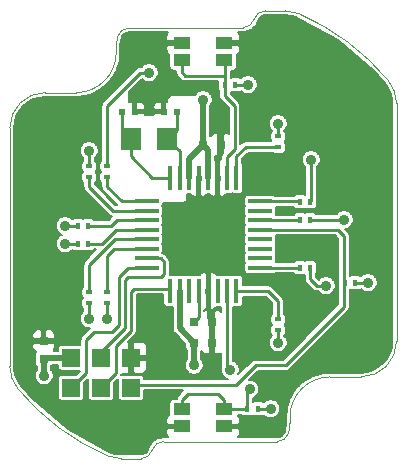
<source format=gtl>
%FSLAX46Y46*%
G04 Gerber Fmt 4.6, Leading zero omitted, Abs format (unit mm)*
G04 Created by KiCad (PCBNEW (2014-jul-16 BZR unknown)-product) date Fri 15 May 2015 05:11:27 PM EDT*
%MOMM*%
G01*
G04 APERTURE LIST*
%ADD10C,0.150000*%
%ADD11C,0.010000*%
%ADD12R,0.800000X0.750000*%
%ADD13R,0.600000X0.500000*%
%ADD14R,0.600000X0.400000*%
%ADD15R,0.400000X0.600000*%
%ADD16R,1.400000X1.050000*%
%ADD17R,0.449580X1.998980*%
%ADD18R,1.998980X0.449580*%
%ADD19R,1.700000X1.900000*%
%ADD20R,0.750000X0.800000*%
%ADD21R,1.524000X1.524000*%
%ADD22C,0.889000*%
%ADD23C,0.254000*%
%ADD24C,0.508000*%
%ADD25C,0.203200*%
G04 APERTURE END LIST*
D10*
D11*
X-6279774Y17513859D02*
X3350000Y17513859D01*
X-7241037Y16789496D02*
G75*
G02X-6279774Y17513859I961263J-275638D01*
G74*
G01*
X-7356884Y15967105D02*
G75*
G02X-7241219Y16788858I2999998J-3246D01*
G74*
G01*
X-7356886Y15963859D02*
X-7356886Y15434116D01*
X-7356886Y15434116D02*
G75*
G02X-10756886Y12034116I-3400000J0D01*
G74*
G01*
X-10756886Y12034116D02*
X-13373666Y12034116D01*
X-16373661Y9039352D02*
G75*
G02X-13373666Y12034116I2999995J-5236D01*
G74*
G01*
X-16373667Y9034116D02*
X-16373667Y-11131265D01*
X-15681866Y-13047567D02*
G75*
G02X-16373667Y-11131265I2308197J1916302D01*
G74*
G01*
X-8143775Y-18703981D02*
G75*
G02X-15679470Y-13050448I8143775J18703983D01*
G74*
G01*
X-6924282Y-18963859D02*
G75*
G02X-8115544Y-18716248I2203J2999999D01*
G74*
G01*
X-6922082Y-18963860D02*
X-5272889Y-18963860D01*
X-4311626Y-18239497D02*
G75*
G02X-5272889Y-18963860I-961263J275638D01*
G74*
G01*
X-4311262Y-18238222D02*
G75*
G02X-3350000Y-17513859I961262J-275637D01*
G74*
G01*
X6279774Y-17513859D02*
X-3350000Y-17513859D01*
X7241037Y-16789496D02*
G75*
G02X6279774Y-17513859I-961263J275638D01*
G74*
G01*
X7356884Y-15967105D02*
G75*
G02X7241219Y-16788858I-2999998J3246D01*
G74*
G01*
X7356886Y-15963859D02*
X7356886Y-15434116D01*
X7356886Y-15434116D02*
G75*
G02X10756886Y-12034116I3400000J0D01*
G74*
G01*
X10756886Y-12034116D02*
X13373666Y-12034116D01*
X16373661Y-9039352D02*
G75*
G02X13373666Y-12034116I-2999995J5236D01*
G74*
G01*
X16373667Y-9034116D02*
X16373667Y11131265D01*
X15681866Y13047567D02*
G75*
G02X16373667Y11131265I-2308197J-1916302D01*
G74*
G01*
X8143775Y18703981D02*
G75*
G02X15679470Y13050448I-8143775J-18703983D01*
G74*
G01*
X6924282Y18963859D02*
G75*
G02X8115544Y18716248I-2203J-2999999D01*
G74*
G01*
X6922082Y18963860D02*
X5272889Y18963860D01*
X4311626Y18239497D02*
G75*
G02X5272889Y18963860I961263J-275638D01*
G74*
G01*
X4311262Y18238222D02*
G75*
G02X3350000Y17513859I-961262J275637D01*
G74*
G01*
D12*
X12000Y7620000D03*
X1512000Y7620000D03*
X-750000Y-9144000D03*
X750000Y-9144000D03*
X-750000Y-7366000D03*
X750000Y-7366000D03*
D13*
X-6900000Y10414000D03*
X-5800000Y10414000D03*
X-2244000Y10414000D03*
X-3344000Y10414000D03*
D14*
X-8128000Y4884000D03*
X-8128000Y5784000D03*
X-9652000Y4884000D03*
X-9652000Y5784000D03*
D15*
X-9710000Y762000D03*
X-10610000Y762000D03*
X-9710000Y-762000D03*
X-10610000Y-762000D03*
D14*
X-9652000Y-4884000D03*
X-9652000Y-5784000D03*
X-8128000Y-4884000D03*
X-8128000Y-5784000D03*
X6350000Y-7170000D03*
X6350000Y-8070000D03*
D15*
X8186000Y-2794000D03*
X9086000Y-2794000D03*
X8186000Y1270000D03*
X9086000Y1270000D03*
X8186000Y2794000D03*
X9086000Y2794000D03*
D14*
X6350000Y8324000D03*
X6350000Y7424000D03*
D15*
X1836000Y12700000D03*
X2736000Y12700000D03*
X3741000Y-14732000D03*
X4641000Y-14732000D03*
X11996000Y-4064000D03*
X12896000Y-4064000D03*
D16*
X-1800000Y-14775000D03*
X-1800000Y-16225000D03*
X1800000Y-14775000D03*
X1800000Y-16225000D03*
X1800000Y14775000D03*
X1800000Y16225000D03*
X-1800000Y14775000D03*
X-1800000Y16225000D03*
D17*
X-2776220Y4815840D03*
X-1976120Y4815840D03*
X-1176020Y4815840D03*
X-375920Y4815840D03*
X424180Y4815840D03*
X1224280Y4815840D03*
X2024380Y4815840D03*
X2824480Y4815840D03*
X2819400Y-4749800D03*
X-2794000Y-4749800D03*
X-1981200Y-4749800D03*
X-1168400Y-4749800D03*
X-381000Y-4749800D03*
X431800Y-4749800D03*
X1219200Y-4749800D03*
X2032000Y-4749800D03*
D18*
X4826000Y2824480D03*
X4826000Y2026920D03*
X4826000Y1224280D03*
X4826000Y426720D03*
X4826000Y-375920D03*
X4826000Y-1173480D03*
X4826000Y-1976120D03*
X4826000Y-2773680D03*
X-4775200Y2819400D03*
X-4775200Y2032000D03*
X-4775200Y1219200D03*
X-4775200Y431800D03*
X-4775200Y-355600D03*
X-4775200Y-1168400D03*
X-4775200Y-1981200D03*
X-4775200Y-2794000D03*
D19*
X-6122000Y8128000D03*
X-3022000Y8128000D03*
D20*
X-13500000Y-10500000D03*
X-13500000Y-9000000D03*
D21*
X-11176000Y-12954000D03*
X-11176000Y-10414000D03*
X-8636000Y-12954000D03*
X-8636000Y-10414000D03*
X-6096000Y-12954000D03*
X-6096000Y-10414000D03*
D22*
X2286000Y-11430000D03*
X3937000Y-13081000D03*
X1300000Y9400000D03*
X-9398000Y2286000D03*
X-10922000Y-4826000D03*
X-2286000Y-9144000D03*
X508000Y-10414000D03*
X6858000Y6096000D03*
X-1270000Y-1270000D03*
X-1270000Y1270000D03*
X1270000Y-1270000D03*
X0Y0D03*
X1270000Y1270000D03*
X13970000Y-4064000D03*
X3810000Y12700000D03*
X5715000Y-14732000D03*
X-13462000Y-11938000D03*
X0Y11430000D03*
X-762000Y-11049000D03*
X6350000Y-9144000D03*
X10414000Y-4318000D03*
X11938000Y1270000D03*
X9144000Y6350000D03*
X6350000Y9398000D03*
X-4572000Y13716000D03*
X-9652000Y7112000D03*
X-11684000Y762000D03*
X-11684000Y-762000D03*
X-9652000Y-7112000D03*
X-8128000Y-7112000D03*
D23*
X-381000Y-6997000D02*
X-750000Y-7366000D01*
X-381000Y-4749800D02*
X-381000Y-6997000D01*
X5511800Y-4749800D02*
X6350000Y-5588000D01*
X6350000Y-5588000D02*
X6350000Y-7170000D01*
X2819400Y-4749800D02*
X5511800Y-4749800D01*
X8165680Y-2773680D02*
X8186000Y-2794000D01*
X4826000Y-2773680D02*
X8165680Y-2773680D01*
X8140280Y1224280D02*
X8186000Y1270000D01*
X4826000Y1224280D02*
X8140280Y1224280D01*
X8155520Y2824480D02*
X8186000Y2794000D01*
X4826000Y2824480D02*
X8155520Y2824480D01*
X2824480Y4815840D02*
X2824480Y6634480D01*
X3614000Y7424000D02*
X6350000Y7424000D01*
X2824480Y6634480D02*
X3614000Y7424000D01*
X-6883400Y2819400D02*
X-8128000Y4064000D01*
X-8128000Y4064000D02*
X-8128000Y4884000D01*
X-4775200Y2819400D02*
X-6883400Y2819400D01*
X-7620000Y2032000D02*
X-9652000Y4064000D01*
X-9652000Y4064000D02*
X-9652000Y4884000D01*
X-4775200Y2032000D02*
X-7620000Y2032000D01*
X-7329648Y1219200D02*
X-7786848Y762000D01*
X-7786848Y762000D02*
X-9710000Y762000D01*
X-4775200Y1219200D02*
X-7329648Y1219200D01*
X-7398624Y431800D02*
X-8592424Y-762000D01*
X-8592424Y-762000D02*
X-9710000Y-762000D01*
X-4775200Y431800D02*
X-7398624Y431800D01*
X-7467600Y-355600D02*
X-9652000Y-2540000D01*
X-9652000Y-2540000D02*
X-9652000Y-4884000D01*
X-4775200Y-355600D02*
X-7467600Y-355600D01*
X-7518400Y-1168400D02*
X-8128000Y-1778000D01*
X-8128000Y-1778000D02*
X-8128000Y-4884000D01*
X-4775200Y-1168400D02*
X-7518400Y-1168400D01*
X1800000Y-14775000D02*
X1778000Y-13970000D01*
X-1778000Y-13970000D02*
X-1800000Y-14775000D01*
X-1270000Y-13462000D02*
X-1778000Y-13970000D01*
X1270000Y-13462000D02*
X-1270000Y-13462000D01*
X1778000Y-13970000D02*
X1270000Y-13462000D01*
X3741000Y-14732000D02*
X3741000Y-13277000D01*
X2032000Y-11176000D02*
X2032000Y-4749800D01*
X2286000Y-11430000D02*
X2032000Y-11176000D01*
X3741000Y-13277000D02*
X3937000Y-13081000D01*
X1800000Y-14775000D02*
X3698000Y-14775000D01*
X3698000Y-14775000D02*
X3741000Y-14732000D01*
X1800000Y-14775000D02*
X2032000Y-14543000D01*
X1836000Y12700000D02*
X1836000Y11753000D01*
X1836000Y11753000D02*
X2667000Y10922000D01*
X-1800000Y14775000D02*
X-1800000Y13738000D01*
X-1524000Y13462000D02*
X1836000Y13462000D01*
X-1800000Y13738000D02*
X-1524000Y13462000D01*
X2024380Y4815840D02*
X2024380Y6596380D01*
X1836000Y11753000D02*
X1836000Y13462000D01*
X1836000Y13462000D02*
X1836000Y14739000D01*
X2667000Y10922000D02*
X1836000Y11753000D01*
X2667000Y7239000D02*
X2667000Y10922000D01*
X2024380Y6596380D02*
X2667000Y7239000D01*
X1836000Y14739000D02*
X1800000Y14775000D01*
X-1976120Y7082120D02*
X-3022000Y8128000D01*
X-1976120Y4815840D02*
X-1976120Y7082120D01*
X-2244000Y8906000D02*
X-3022000Y8128000D01*
X-2244000Y10414000D02*
X-2244000Y8906000D01*
X-6122000Y6630000D02*
X-4307840Y4815840D01*
X-4307840Y4815840D02*
X-2776220Y4815840D01*
X-6122000Y8128000D02*
X-6122000Y6630000D01*
X-6900000Y8906000D02*
X-6122000Y8128000D01*
X-6900000Y10414000D02*
X-6900000Y8906000D01*
X11938000Y-4572000D02*
X11938000Y-4122000D01*
X11938000Y-4122000D02*
X11996000Y-4064000D01*
X254000Y-12700000D02*
X2794000Y-12700000D01*
X11384280Y426720D02*
X11938000Y-127000D01*
X3302000Y-12192000D02*
X4445000Y-11049000D01*
X4445000Y-11049000D02*
X6985000Y-11049000D01*
X6985000Y-11049000D02*
X11938000Y-6096000D01*
X11938000Y-6096000D02*
X11938000Y-4699000D01*
X4826000Y426720D02*
X11384280Y426720D01*
X11938000Y-127000D02*
X11938000Y-4572000D01*
X11938000Y-4572000D02*
X11938000Y-4699000D01*
X254000Y-12700000D02*
X-5842000Y-12700000D01*
X2794000Y-12700000D02*
X3302000Y-12192000D01*
X-6096000Y-12954000D02*
X-6096000Y-12954000D01*
X-6096000Y-12954000D02*
X-5842000Y-12700000D01*
X1270000Y1270000D02*
X1270000Y9370000D01*
X1270000Y9370000D02*
X1300000Y9400000D01*
X-12192000Y-5334000D02*
X-11430000Y-5334000D01*
X-11430000Y-5334000D02*
X-10922000Y-4826000D01*
X762000Y-10668000D02*
X508000Y-10414000D01*
X7874000Y7874000D02*
X7874000Y7112000D01*
X7874000Y7112000D02*
X6858000Y6096000D01*
X750000Y-9144000D02*
X750000Y-7366000D01*
X750000Y-7366000D02*
X431800Y-7047800D01*
X431800Y-7047800D02*
X431800Y-4749800D01*
X0Y0D02*
X-1270000Y-1270000D01*
X0Y0D02*
X-1270000Y1270000D01*
X0Y0D02*
X1270000Y-1270000D01*
X0Y0D02*
X1270000Y1270000D01*
X12896000Y-4064000D02*
X13970000Y-4064000D01*
X2736000Y12700000D02*
X3810000Y12700000D01*
X4641000Y-14732000D02*
X5715000Y-14732000D01*
D24*
X-11176000Y-10414000D02*
X-13414000Y-10414000D01*
X-13414000Y-10414000D02*
X-13462000Y-10462000D01*
X-13462000Y-10462000D02*
X-13462000Y-11938000D01*
X-1176020Y4815840D02*
X-1176020Y6431980D01*
X-1176020Y6431980D02*
X12000Y7620000D01*
X424180Y4815840D02*
X424180Y7207820D01*
X424180Y7207820D02*
X0Y7632000D01*
X0Y7632000D02*
X0Y11430000D01*
D23*
X-762000Y-11049000D02*
X-774000Y-11061000D01*
D24*
X-750000Y-9144000D02*
X-762000Y-11049000D01*
X-1981200Y-7924800D02*
X-1981200Y-4749800D01*
X-762000Y-9144000D02*
X-1981200Y-7924800D01*
D23*
X-750000Y-9144000D02*
X-762000Y-9144000D01*
X6350000Y-9144000D02*
X6350000Y-8070000D01*
X9086000Y-3752000D02*
X9652000Y-4318000D01*
X9652000Y-4318000D02*
X10414000Y-4318000D01*
X9086000Y-2794000D02*
X9086000Y-3752000D01*
X11938000Y1270000D02*
X9086000Y1270000D01*
X9144000Y2852000D02*
X9144000Y6350000D01*
X9086000Y2794000D02*
X9144000Y2852000D01*
X6350000Y9398000D02*
X6350000Y8324000D01*
X-8128000Y10922000D02*
X-5334000Y13716000D01*
X-5334000Y13716000D02*
X-4572000Y13716000D01*
X-8128000Y5784000D02*
X-8128000Y10922000D01*
X-9652000Y7112000D02*
X-9652000Y5784000D01*
X-10610000Y762000D02*
X-11684000Y762000D01*
X-10610000Y-762000D02*
X-11684000Y-762000D01*
X-9652000Y-5784000D02*
X-9652000Y-7112000D01*
X-8128000Y-5784000D02*
X-8128000Y-7112000D01*
X-9906000Y-11684000D02*
X-9906000Y-8890000D01*
X-9906000Y-8890000D02*
X-9271000Y-8255000D01*
X-9271000Y-8255000D02*
X-7747000Y-8255000D01*
X-7747000Y-8255000D02*
X-7112000Y-7620000D01*
X-7112000Y-7620000D02*
X-7112000Y-3556000D01*
X-7112000Y-3556000D02*
X-6350000Y-2794000D01*
X-6350000Y-2794000D02*
X-4775200Y-2794000D01*
X-11176000Y-12954000D02*
X-9906000Y-11684000D01*
X-6604000Y-8636000D02*
X-6095996Y-8127996D01*
X-7366000Y-11684000D02*
X-7366000Y-9398000D01*
X-7366000Y-9398000D02*
X-6858000Y-8890000D01*
X-8636000Y-12954000D02*
X-7366000Y-11684000D01*
X-6604000Y-8636000D02*
X-6858000Y-8890000D01*
X-5842000Y-4572000D02*
X-2971800Y-4572000D01*
X-6095996Y-4825996D02*
X-5842000Y-4572000D01*
X-6095996Y-8127996D02*
X-6095996Y-4825996D01*
X-2971800Y-4572000D02*
X-2794000Y-4749800D01*
X-6350000Y-3556000D02*
X-6350000Y-3556002D01*
X-6350000Y-3556000D02*
X-3556000Y-3556000D01*
X-3556000Y-3556000D02*
X-3302000Y-3302000D01*
X-3302000Y-3302000D02*
X-3302000Y-2286000D01*
X-3302000Y-2286000D02*
X-3606800Y-1981200D01*
X-5029200Y-1981200D02*
X-3606800Y-1981200D01*
X-6603998Y-7873998D02*
X-6604000Y-7874000D01*
X-6603998Y-3810000D02*
X-6603998Y-7873998D01*
X-6350000Y-3556002D02*
X-6603998Y-3810000D01*
X-8636000Y-9906000D02*
X-6604000Y-7874000D01*
X-8636000Y-10414000D02*
X-8636000Y-9906000D01*
D25*
G36*
X16013067Y-9021340D02*
X15960204Y-9550955D01*
X15810555Y-10043509D01*
X15568086Y-10497612D01*
X15242033Y-10895971D01*
X14844811Y-11223416D01*
X14391560Y-11467467D01*
X13899533Y-11618834D01*
X13370383Y-11673516D01*
X10756886Y-11673516D01*
X10756821Y-11673522D01*
X10755625Y-11673518D01*
X10731889Y-11673601D01*
X10716219Y-11675192D01*
X10700468Y-11675083D01*
X10695457Y-11675574D01*
X10035528Y-11744935D01*
X10003525Y-11751504D01*
X9971409Y-11757631D01*
X9966589Y-11759086D01*
X9332701Y-11955308D01*
X9302596Y-11967962D01*
X9272269Y-11980216D01*
X9267823Y-11982580D01*
X8684120Y-12298187D01*
X8657047Y-12316447D01*
X8629676Y-12334359D01*
X8625775Y-12337541D01*
X8114490Y-12760513D01*
X8091485Y-12783678D01*
X8068109Y-12806571D01*
X8064900Y-12810451D01*
X7645509Y-13324675D01*
X7627415Y-13351908D01*
X7608958Y-13378864D01*
X7606563Y-13383293D01*
X7295038Y-13969185D01*
X7282587Y-13999392D01*
X7269708Y-14029442D01*
X7268220Y-14034252D01*
X7076429Y-14669494D01*
X7070088Y-14701514D01*
X7063285Y-14733523D01*
X7062759Y-14738531D01*
X6998007Y-15398928D01*
X6998007Y-15414050D01*
X6996321Y-15429081D01*
X6996286Y-15434116D01*
X6996286Y-15949249D01*
X6942750Y-16489233D01*
X6896563Y-16679976D01*
X6846929Y-16805338D01*
X6779515Y-16909944D01*
X6693063Y-16999468D01*
X6590866Y-17070496D01*
X6476823Y-17120320D01*
X6348460Y-17148543D01*
X6269079Y-17153259D01*
X2958845Y-17153259D01*
X2973507Y-17138598D01*
X3040220Y-17038754D01*
X3086173Y-16927814D01*
X3109600Y-16810041D01*
X3109600Y-16689960D01*
X3109600Y-16529800D01*
X2957200Y-16377400D01*
X1952400Y-16377400D01*
X1952400Y-16397400D01*
X1647600Y-16397400D01*
X1647600Y-16377400D01*
X1627600Y-16377400D01*
X1627600Y-16072600D01*
X1647600Y-16072600D01*
X1647600Y-16052600D01*
X1952400Y-16052600D01*
X1952400Y-16072600D01*
X2957200Y-16072600D01*
X3109600Y-15920200D01*
X3109600Y-15760040D01*
X3109600Y-15639959D01*
X3086173Y-15522186D01*
X3040220Y-15411246D01*
X2973507Y-15311402D01*
X2919704Y-15257600D01*
X3264065Y-15257600D01*
X3264788Y-15258682D01*
X3314319Y-15308213D01*
X3372561Y-15347129D01*
X3437276Y-15373935D01*
X3505977Y-15387600D01*
X3576024Y-15387600D01*
X3976024Y-15387600D01*
X4044725Y-15373934D01*
X4109440Y-15347128D01*
X4167682Y-15308212D01*
X4191000Y-15284894D01*
X4214319Y-15308213D01*
X4272561Y-15347129D01*
X4337276Y-15373935D01*
X4405977Y-15387600D01*
X4476024Y-15387600D01*
X4876024Y-15387600D01*
X4944725Y-15373934D01*
X5009440Y-15347128D01*
X5067682Y-15308212D01*
X5114201Y-15261692D01*
X5193930Y-15344255D01*
X5322775Y-15433804D01*
X5466559Y-15496622D01*
X5619807Y-15530315D01*
X5776680Y-15533601D01*
X5931204Y-15506355D01*
X6077492Y-15449613D01*
X6209974Y-15365538D01*
X6323602Y-15257331D01*
X6414049Y-15129115D01*
X6477869Y-14985773D01*
X6512631Y-14832764D01*
X6515134Y-14653546D01*
X6484657Y-14499627D01*
X6424864Y-14354558D01*
X6338033Y-14223867D01*
X6227470Y-14112530D01*
X6097388Y-14024788D01*
X5952741Y-13963984D01*
X5799038Y-13932433D01*
X5642134Y-13931338D01*
X5488006Y-13960739D01*
X5342523Y-14019518D01*
X5211229Y-14105435D01*
X5113263Y-14201369D01*
X5067681Y-14155787D01*
X5009439Y-14116871D01*
X4944724Y-14090065D01*
X4876023Y-14076400D01*
X4805976Y-14076400D01*
X4405976Y-14076400D01*
X4337275Y-14090066D01*
X4272560Y-14116872D01*
X4223600Y-14149585D01*
X4223600Y-13828049D01*
X4299492Y-13798613D01*
X4431974Y-13714538D01*
X4545602Y-13606331D01*
X4636049Y-13478115D01*
X4699869Y-13334773D01*
X4734631Y-13181764D01*
X4737134Y-13002546D01*
X4706657Y-12848627D01*
X4646864Y-12703558D01*
X4560033Y-12572867D01*
X4449470Y-12461530D01*
X4319388Y-12373788D01*
X4174741Y-12312984D01*
X4021038Y-12281433D01*
X3895940Y-12280559D01*
X4644900Y-11531600D01*
X6985000Y-11531600D01*
X7029325Y-11527253D01*
X7073775Y-11523365D01*
X7076214Y-11522656D01*
X7078737Y-11522409D01*
X7121400Y-11509528D01*
X7164223Y-11497087D01*
X7166475Y-11495919D01*
X7168905Y-11495186D01*
X7208294Y-11474242D01*
X7247843Y-11453742D01*
X7249823Y-11452160D01*
X7252067Y-11450968D01*
X7286624Y-11422783D01*
X7321452Y-11394981D01*
X7324987Y-11391494D01*
X7325056Y-11391439D01*
X7325108Y-11391375D01*
X7326250Y-11390250D01*
X12279250Y-6437250D01*
X12307526Y-6402824D01*
X12336200Y-6368653D01*
X12337423Y-6366427D01*
X12339033Y-6364468D01*
X12360103Y-6325172D01*
X12381575Y-6286116D01*
X12382341Y-6283700D01*
X12383542Y-6281461D01*
X12396585Y-6238797D01*
X12410054Y-6196338D01*
X12410336Y-6193816D01*
X12411079Y-6191389D01*
X12415584Y-6147034D01*
X12420553Y-6102738D01*
X12420587Y-6097777D01*
X12420597Y-6097685D01*
X12420588Y-6097598D01*
X12420600Y-6096000D01*
X12420600Y-4699000D01*
X12420600Y-4641603D01*
X12422682Y-4640212D01*
X12446000Y-4616894D01*
X12469319Y-4640213D01*
X12527561Y-4679129D01*
X12592276Y-4705935D01*
X12660977Y-4719600D01*
X12731024Y-4719600D01*
X13131024Y-4719600D01*
X13199725Y-4705934D01*
X13264440Y-4679128D01*
X13322682Y-4640212D01*
X13369201Y-4593692D01*
X13448930Y-4676255D01*
X13577775Y-4765804D01*
X13721559Y-4828622D01*
X13874807Y-4862315D01*
X14031680Y-4865601D01*
X14186204Y-4838355D01*
X14332492Y-4781613D01*
X14464974Y-4697538D01*
X14578602Y-4589331D01*
X14669049Y-4461115D01*
X14732869Y-4317773D01*
X14767631Y-4164764D01*
X14770134Y-3985546D01*
X14739657Y-3831627D01*
X14679864Y-3686558D01*
X14593033Y-3555867D01*
X14482470Y-3444530D01*
X14352388Y-3356788D01*
X14207741Y-3295984D01*
X14054038Y-3264433D01*
X13897134Y-3263338D01*
X13743006Y-3292739D01*
X13597523Y-3351518D01*
X13466229Y-3437435D01*
X13368263Y-3533369D01*
X13322681Y-3487787D01*
X13264439Y-3448871D01*
X13199724Y-3422065D01*
X13131023Y-3408400D01*
X13060976Y-3408400D01*
X12660976Y-3408400D01*
X12592275Y-3422066D01*
X12527560Y-3448872D01*
X12469318Y-3487788D01*
X12446000Y-3511106D01*
X12422681Y-3487787D01*
X12420600Y-3486396D01*
X12420600Y-127000D01*
X12416249Y-82628D01*
X12412364Y-38225D01*
X12411656Y-35790D01*
X12411409Y-33263D01*
X12398515Y9442D01*
X12386087Y52223D01*
X12384919Y54476D01*
X12384186Y56905D01*
X12363242Y96295D01*
X12342742Y135843D01*
X12341160Y137824D01*
X12339968Y140067D01*
X12311783Y174625D01*
X12283981Y209452D01*
X12280498Y212984D01*
X12280439Y213056D01*
X12280371Y213112D01*
X12279249Y214250D01*
X12021290Y472210D01*
X12154204Y495645D01*
X12300492Y552387D01*
X12432974Y636462D01*
X12546602Y744669D01*
X12637049Y872885D01*
X12700869Y1016227D01*
X12735631Y1169236D01*
X12738134Y1348454D01*
X12707657Y1502373D01*
X12647864Y1647442D01*
X12561033Y1778133D01*
X12450470Y1889470D01*
X12320388Y1977212D01*
X12175741Y2038016D01*
X12022038Y2069567D01*
X11865134Y2070662D01*
X11711006Y2041261D01*
X11565523Y1982482D01*
X11434229Y1896565D01*
X11322122Y1786783D01*
X11298716Y1752600D01*
X9591666Y1752600D01*
X9562212Y1796682D01*
X9512681Y1846213D01*
X9454439Y1885129D01*
X9389724Y1911935D01*
X9321023Y1925600D01*
X9250976Y1925600D01*
X8850976Y1925600D01*
X8782275Y1911934D01*
X8717560Y1885128D01*
X8659318Y1846212D01*
X8636000Y1822894D01*
X8612681Y1846213D01*
X8554439Y1885129D01*
X8489724Y1911935D01*
X8421023Y1925600D01*
X8350976Y1925600D01*
X7950976Y1925600D01*
X7882275Y1911934D01*
X7817560Y1885128D01*
X7759318Y1846212D01*
X7709787Y1796681D01*
X7670871Y1738439D01*
X7657798Y1706880D01*
X6169110Y1706880D01*
X6181090Y1767107D01*
X6181090Y1837154D01*
X6181090Y2286734D01*
X6170120Y2341880D01*
X7664111Y2341880D01*
X7670872Y2325560D01*
X7709788Y2267318D01*
X7759319Y2217787D01*
X7817561Y2178871D01*
X7882276Y2152065D01*
X7950977Y2138400D01*
X8021024Y2138400D01*
X8421024Y2138400D01*
X8489725Y2152066D01*
X8554440Y2178872D01*
X8612682Y2217788D01*
X8636000Y2241106D01*
X8659319Y2217787D01*
X8717561Y2178871D01*
X8782276Y2152065D01*
X8850977Y2138400D01*
X8921024Y2138400D01*
X9321024Y2138400D01*
X9389725Y2152066D01*
X9454440Y2178872D01*
X9512682Y2217788D01*
X9562213Y2267319D01*
X9601129Y2325561D01*
X9627935Y2390276D01*
X9641600Y2458977D01*
X9641600Y2529024D01*
X9641600Y3129024D01*
X9627934Y3197725D01*
X9626600Y3200946D01*
X9626600Y5708610D01*
X9638974Y5716462D01*
X9752602Y5824669D01*
X9843049Y5952885D01*
X9906869Y6096227D01*
X9941631Y6249236D01*
X9944134Y6428454D01*
X9913657Y6582373D01*
X9853864Y6727442D01*
X9767033Y6858133D01*
X9656470Y6969470D01*
X9526388Y7057212D01*
X9381741Y7118016D01*
X9228038Y7149567D01*
X9071134Y7150662D01*
X8917006Y7121261D01*
X8771523Y7062482D01*
X8640229Y6976565D01*
X8528122Y6866783D01*
X8439475Y6737316D01*
X8377662Y6593097D01*
X8345039Y6439618D01*
X8342849Y6282725D01*
X8371173Y6128396D01*
X8428935Y5982507D01*
X8513933Y5850615D01*
X8622930Y5737745D01*
X8661400Y5711008D01*
X8661400Y3371604D01*
X8659318Y3370212D01*
X8636000Y3346894D01*
X8612681Y3370213D01*
X8554439Y3409129D01*
X8489724Y3435935D01*
X8421023Y3449600D01*
X8350976Y3449600D01*
X7950976Y3449600D01*
X7882275Y3435934D01*
X7817560Y3409128D01*
X7759318Y3370212D01*
X7709787Y3320681D01*
X7700699Y3307080D01*
X6070574Y3307080D01*
X6052171Y3325483D01*
X5993929Y3364399D01*
X5929214Y3391205D01*
X5860513Y3404870D01*
X5790466Y3404870D01*
X3791486Y3404870D01*
X3722785Y3391204D01*
X3658070Y3364398D01*
X3599828Y3325482D01*
X3550297Y3275951D01*
X3511381Y3217709D01*
X3484575Y3152994D01*
X3470910Y3084293D01*
X3470910Y3014246D01*
X3470910Y2564666D01*
X3484576Y2495965D01*
X3511382Y2431250D01*
X3515090Y2425701D01*
X3511381Y2420149D01*
X3484575Y2355434D01*
X3470910Y2286733D01*
X3470910Y2216686D01*
X3470910Y1767106D01*
X3484576Y1698405D01*
X3511382Y1633690D01*
X3516787Y1625601D01*
X3511381Y1617509D01*
X3484575Y1552794D01*
X3470910Y1484093D01*
X3470910Y1414046D01*
X3470910Y964466D01*
X3484576Y895765D01*
X3511382Y831050D01*
X3515090Y825501D01*
X3511381Y819949D01*
X3484575Y755234D01*
X3470910Y686533D01*
X3470910Y616486D01*
X3470910Y166906D01*
X3484576Y98205D01*
X3511382Y33490D01*
X3516787Y25401D01*
X3511381Y17309D01*
X3484575Y-47406D01*
X3470910Y-116107D01*
X3470910Y-186154D01*
X3470910Y-635734D01*
X3484576Y-704435D01*
X3511382Y-769150D01*
X3515090Y-774699D01*
X3511381Y-780251D01*
X3484575Y-844966D01*
X3470910Y-913667D01*
X3470910Y-983714D01*
X3470910Y-1433294D01*
X3484576Y-1501995D01*
X3511382Y-1566710D01*
X3516787Y-1574799D01*
X3511381Y-1582891D01*
X3484575Y-1647606D01*
X3470910Y-1716307D01*
X3470910Y-1786354D01*
X3470910Y-2235934D01*
X3484576Y-2304635D01*
X3511382Y-2369350D01*
X3515090Y-2374899D01*
X3511381Y-2380451D01*
X3484575Y-2445166D01*
X3470910Y-2513867D01*
X3470910Y-2583914D01*
X3470910Y-3033494D01*
X3484576Y-3102195D01*
X3511382Y-3166910D01*
X3550298Y-3225152D01*
X3599829Y-3274683D01*
X3658071Y-3313599D01*
X3722786Y-3340405D01*
X3791487Y-3354070D01*
X3861534Y-3354070D01*
X5860514Y-3354070D01*
X5929215Y-3340404D01*
X5993930Y-3313598D01*
X6052172Y-3274682D01*
X6070574Y-3256280D01*
X7668320Y-3256280D01*
X7670872Y-3262440D01*
X7709788Y-3320682D01*
X7759319Y-3370213D01*
X7817561Y-3409129D01*
X7882276Y-3435935D01*
X7950977Y-3449600D01*
X8021024Y-3449600D01*
X8421024Y-3449600D01*
X8489725Y-3435934D01*
X8554440Y-3409128D01*
X8603400Y-3376414D01*
X8603400Y-3752000D01*
X8607746Y-3796325D01*
X8611635Y-3840775D01*
X8612343Y-3843214D01*
X8612591Y-3845737D01*
X8625471Y-3888400D01*
X8637913Y-3931223D01*
X8639080Y-3933475D01*
X8639814Y-3935905D01*
X8660757Y-3975294D01*
X8681258Y-4014843D01*
X8682839Y-4016823D01*
X8684032Y-4019067D01*
X8712216Y-4053624D01*
X8740019Y-4088452D01*
X8743505Y-4091987D01*
X8743561Y-4092056D01*
X8743624Y-4092108D01*
X8744750Y-4093250D01*
X9310750Y-4659250D01*
X9345197Y-4687545D01*
X9379347Y-4716200D01*
X9381569Y-4717421D01*
X9383531Y-4719033D01*
X9422848Y-4740114D01*
X9461884Y-4761575D01*
X9464299Y-4762341D01*
X9466539Y-4763542D01*
X9509202Y-4776585D01*
X9551662Y-4790054D01*
X9554183Y-4790336D01*
X9556611Y-4791079D01*
X9600965Y-4795584D01*
X9645262Y-4800553D01*
X9650222Y-4800587D01*
X9650315Y-4800597D01*
X9650401Y-4800588D01*
X9652000Y-4800600D01*
X9773115Y-4800600D01*
X9783933Y-4817385D01*
X9892930Y-4930255D01*
X10021775Y-5019804D01*
X10165559Y-5082622D01*
X10318807Y-5116315D01*
X10475680Y-5119601D01*
X10630204Y-5092355D01*
X10776492Y-5035613D01*
X10908974Y-4951538D01*
X11022602Y-4843331D01*
X11113049Y-4715115D01*
X11176869Y-4571773D01*
X11211631Y-4418764D01*
X11214134Y-4239546D01*
X11183657Y-4085627D01*
X11123864Y-3940558D01*
X11037033Y-3809867D01*
X10926470Y-3698530D01*
X10796388Y-3610788D01*
X10651741Y-3549984D01*
X10498038Y-3518433D01*
X10341134Y-3517338D01*
X10187006Y-3546739D01*
X10041523Y-3605518D01*
X9910229Y-3691435D01*
X9808022Y-3791522D01*
X9568600Y-3552100D01*
X9568600Y-3311122D01*
X9601129Y-3262439D01*
X9627935Y-3197724D01*
X9641600Y-3129023D01*
X9641600Y-3058976D01*
X9641600Y-2458976D01*
X9627934Y-2390275D01*
X9601128Y-2325560D01*
X9562212Y-2267318D01*
X9512681Y-2217787D01*
X9454439Y-2178871D01*
X9389724Y-2152065D01*
X9321023Y-2138400D01*
X9250976Y-2138400D01*
X8850976Y-2138400D01*
X8782275Y-2152066D01*
X8717560Y-2178872D01*
X8659318Y-2217788D01*
X8636000Y-2241106D01*
X8612681Y-2217787D01*
X8554439Y-2178871D01*
X8489724Y-2152065D01*
X8421023Y-2138400D01*
X8350976Y-2138400D01*
X7950976Y-2138400D01*
X7882275Y-2152066D01*
X7817560Y-2178872D01*
X7759318Y-2217788D01*
X7709787Y-2267319D01*
X7693910Y-2291080D01*
X6170120Y-2291080D01*
X6181090Y-2235933D01*
X6181090Y-2165886D01*
X6181090Y-1716306D01*
X6167424Y-1647605D01*
X6140618Y-1582890D01*
X6135212Y-1574800D01*
X6140619Y-1566709D01*
X6167425Y-1501994D01*
X6181090Y-1433293D01*
X6181090Y-1363246D01*
X6181090Y-913666D01*
X6167424Y-844965D01*
X6140618Y-780250D01*
X6136909Y-774700D01*
X6140619Y-769149D01*
X6167425Y-704434D01*
X6181090Y-635733D01*
X6181090Y-565686D01*
X6181090Y-116106D01*
X6169109Y-55880D01*
X11184380Y-55880D01*
X11455400Y-326899D01*
X11455400Y-3657053D01*
X11454065Y-3660276D01*
X11440400Y-3728977D01*
X11440400Y-3799024D01*
X11440400Y-4399024D01*
X11454066Y-4467725D01*
X11455400Y-4470945D01*
X11455400Y-4572000D01*
X11455400Y-4699000D01*
X11455400Y-5896100D01*
X6785100Y-10566400D01*
X4445000Y-10566400D01*
X4400674Y-10570746D01*
X4356225Y-10574635D01*
X4353785Y-10575343D01*
X4351263Y-10575591D01*
X4308599Y-10588471D01*
X4265777Y-10600913D01*
X4263524Y-10602080D01*
X4261095Y-10602814D01*
X4221705Y-10623757D01*
X4182157Y-10644258D01*
X4180176Y-10645839D01*
X4177933Y-10647032D01*
X4143375Y-10675216D01*
X4108548Y-10703019D01*
X4105012Y-10706505D01*
X4104944Y-10706561D01*
X4104891Y-10706624D01*
X4103750Y-10707750D01*
X2985581Y-11825918D01*
X3048869Y-11683773D01*
X3083631Y-11530764D01*
X3086134Y-11351546D01*
X3055657Y-11197627D01*
X2995864Y-11052558D01*
X2909033Y-10921867D01*
X2798470Y-10810530D01*
X2668388Y-10722788D01*
X2523741Y-10661984D01*
X2514600Y-10660107D01*
X2514600Y-6095941D01*
X2559587Y-6104890D01*
X2629634Y-6104890D01*
X3079214Y-6104890D01*
X3147915Y-6091224D01*
X3212630Y-6064418D01*
X3270872Y-6025502D01*
X3320403Y-5975971D01*
X3359319Y-5917729D01*
X3386125Y-5853014D01*
X3399790Y-5784313D01*
X3399790Y-5714266D01*
X3399790Y-5232400D01*
X5311900Y-5232400D01*
X5867400Y-5787900D01*
X5867400Y-6664333D01*
X5823318Y-6693788D01*
X5773787Y-6743319D01*
X5734871Y-6801561D01*
X5708065Y-6866276D01*
X5694400Y-6934977D01*
X5694400Y-7005024D01*
X5694400Y-7405024D01*
X5708066Y-7473725D01*
X5734872Y-7538440D01*
X5773788Y-7596682D01*
X5797106Y-7620000D01*
X5773787Y-7643319D01*
X5734871Y-7701561D01*
X5708065Y-7766276D01*
X5694400Y-7834977D01*
X5694400Y-7905024D01*
X5694400Y-8305024D01*
X5708066Y-8373725D01*
X5734872Y-8438440D01*
X5773788Y-8496682D01*
X5820114Y-8543008D01*
X5734122Y-8627217D01*
X5645475Y-8756684D01*
X5583662Y-8900903D01*
X5551039Y-9054382D01*
X5548849Y-9211275D01*
X5577173Y-9365604D01*
X5634935Y-9511493D01*
X5719933Y-9643385D01*
X5828930Y-9756255D01*
X5957775Y-9845804D01*
X6101559Y-9908622D01*
X6254807Y-9942315D01*
X6411680Y-9945601D01*
X6566204Y-9918355D01*
X6712492Y-9861613D01*
X6844974Y-9777538D01*
X6958602Y-9669331D01*
X7049049Y-9541115D01*
X7112869Y-9397773D01*
X7147631Y-9244764D01*
X7150134Y-9065546D01*
X7119657Y-8911627D01*
X7059864Y-8766558D01*
X6973033Y-8635867D01*
X6880354Y-8542539D01*
X6926213Y-8496681D01*
X6965129Y-8438439D01*
X6991935Y-8373724D01*
X7005600Y-8305023D01*
X7005600Y-8234976D01*
X7005600Y-7834976D01*
X6991934Y-7766275D01*
X6965128Y-7701560D01*
X6926212Y-7643318D01*
X6902894Y-7620000D01*
X6926213Y-7596681D01*
X6965129Y-7538439D01*
X6991935Y-7473724D01*
X7005600Y-7405023D01*
X7005600Y-7334976D01*
X7005600Y-6934976D01*
X6991934Y-6866275D01*
X6965128Y-6801560D01*
X6926212Y-6743318D01*
X6876681Y-6693787D01*
X6832600Y-6664333D01*
X6832600Y-5588000D01*
X6828253Y-5543674D01*
X6824365Y-5499225D01*
X6823656Y-5496785D01*
X6823409Y-5494263D01*
X6810524Y-5451586D01*
X6798087Y-5408778D01*
X6796920Y-5406527D01*
X6796186Y-5404095D01*
X6775232Y-5364686D01*
X6754742Y-5325157D01*
X6753160Y-5323176D01*
X6751968Y-5320933D01*
X6723783Y-5286375D01*
X6695981Y-5251548D01*
X6692494Y-5248012D01*
X6692439Y-5247944D01*
X6692375Y-5247891D01*
X6691250Y-5246750D01*
X5853050Y-4408550D01*
X5818602Y-4380254D01*
X5784453Y-4351600D01*
X5782230Y-4350378D01*
X5780269Y-4348767D01*
X5740951Y-4327685D01*
X5701916Y-4306225D01*
X5699500Y-4305458D01*
X5697261Y-4304258D01*
X5654597Y-4291214D01*
X5612138Y-4277746D01*
X5609616Y-4277463D01*
X5607189Y-4276721D01*
X5562834Y-4272215D01*
X5518538Y-4267247D01*
X5513577Y-4267212D01*
X5513485Y-4267203D01*
X5513398Y-4267211D01*
X5511800Y-4267200D01*
X3399790Y-4267200D01*
X3399790Y-3715286D01*
X3386124Y-3646585D01*
X3359318Y-3581870D01*
X3320402Y-3523628D01*
X3270871Y-3474097D01*
X3212629Y-3435181D01*
X3147914Y-3408375D01*
X3079213Y-3394710D01*
X3009166Y-3394710D01*
X2559586Y-3394710D01*
X2490885Y-3408376D01*
X2426170Y-3435182D01*
X2425700Y-3435495D01*
X2425229Y-3435181D01*
X2360514Y-3408375D01*
X2291813Y-3394710D01*
X2221766Y-3394710D01*
X1772186Y-3394710D01*
X1703485Y-3408376D01*
X1638770Y-3435182D01*
X1625600Y-3443981D01*
X1612429Y-3435181D01*
X1547714Y-3408375D01*
X1479013Y-3394710D01*
X1408966Y-3394710D01*
X1152145Y-3394710D01*
X1130097Y-3361713D01*
X1045188Y-3276803D01*
X945344Y-3210090D01*
X834404Y-3164137D01*
X716631Y-3140710D01*
X696595Y-3140710D01*
X544195Y-3293110D01*
X544195Y-4597400D01*
X604200Y-4597400D01*
X604200Y-4902200D01*
X544195Y-4902200D01*
X544195Y-6206490D01*
X696595Y-6358890D01*
X716631Y-6358890D01*
X834404Y-6335463D01*
X945344Y-6289510D01*
X1045188Y-6222797D01*
X1130097Y-6137887D01*
X1152145Y-6104890D01*
X1479014Y-6104890D01*
X1547715Y-6091224D01*
X1549400Y-6090526D01*
X1549400Y-6528295D01*
X1538597Y-6517493D01*
X1438754Y-6450779D01*
X1327813Y-6404827D01*
X1210040Y-6381400D01*
X1054800Y-6381400D01*
X902400Y-6533800D01*
X902400Y-7213600D01*
X922400Y-7213600D01*
X922400Y-7518400D01*
X902400Y-7518400D01*
X902400Y-8198200D01*
X959200Y-8255000D01*
X902400Y-8311800D01*
X902400Y-8991600D01*
X922400Y-8991600D01*
X922400Y-9296400D01*
X902400Y-9296400D01*
X902400Y-9976200D01*
X1054800Y-10128600D01*
X1210040Y-10128600D01*
X1327813Y-10105173D01*
X1438754Y-10059221D01*
X1538597Y-9992507D01*
X1549400Y-9981704D01*
X1549400Y-11117519D01*
X1519662Y-11186903D01*
X1487039Y-11340382D01*
X1484849Y-11497275D01*
X1513173Y-11651604D01*
X1570935Y-11797493D01*
X1655933Y-11929385D01*
X1764930Y-12042255D01*
X1893775Y-12131804D01*
X2037559Y-12194622D01*
X2141161Y-12217400D01*
X254000Y-12217400D01*
X-4724400Y-12217400D01*
X-4724400Y-11236040D01*
X-4724400Y-10718800D01*
X-4724400Y-10109200D01*
X-4724400Y-9591960D01*
X-4747827Y-9474187D01*
X-4793779Y-9363246D01*
X-4860493Y-9263403D01*
X-4945402Y-9178493D01*
X-5045246Y-9111780D01*
X-5156186Y-9065827D01*
X-5273959Y-9042400D01*
X-5394040Y-9042400D01*
X-5791200Y-9042400D01*
X-5943600Y-9194800D01*
X-5943600Y-10261600D01*
X-4876800Y-10261600D01*
X-4724400Y-10109200D01*
X-4724400Y-10718800D01*
X-4876800Y-10566400D01*
X-5943600Y-10566400D01*
X-5943600Y-11633200D01*
X-5791200Y-11785600D01*
X-5394040Y-11785600D01*
X-5273959Y-11785600D01*
X-5156186Y-11762173D01*
X-5045246Y-11716220D01*
X-4945402Y-11649507D01*
X-4860493Y-11564597D01*
X-4793779Y-11464754D01*
X-4747827Y-11353813D01*
X-4724400Y-11236040D01*
X-4724400Y-12217400D01*
X-4978400Y-12217400D01*
X-4978400Y-12156976D01*
X-4992066Y-12088275D01*
X-5018872Y-12023560D01*
X-5057788Y-11965318D01*
X-5107319Y-11915787D01*
X-5165561Y-11876871D01*
X-5230276Y-11850065D01*
X-5298977Y-11836400D01*
X-5369024Y-11836400D01*
X-6893024Y-11836400D01*
X-6911474Y-11840069D01*
X-6907426Y-11826830D01*
X-6894347Y-11785600D01*
X-6797960Y-11785600D01*
X-6400800Y-11785600D01*
X-6248400Y-11633200D01*
X-6248400Y-10566400D01*
X-6268400Y-10566400D01*
X-6268400Y-10261600D01*
X-6248400Y-10261600D01*
X-6248400Y-9194800D01*
X-6364350Y-9078850D01*
X-6262750Y-8977250D01*
X-5754746Y-8469246D01*
X-5726451Y-8434798D01*
X-5697796Y-8400649D01*
X-5696575Y-8398426D01*
X-5694963Y-8396465D01*
X-5673882Y-8357147D01*
X-5652421Y-8318112D01*
X-5651655Y-8315696D01*
X-5650454Y-8313457D01*
X-5637407Y-8270781D01*
X-5623942Y-8228334D01*
X-5623660Y-8225814D01*
X-5622917Y-8223386D01*
X-5618412Y-8179025D01*
X-5613443Y-8134734D01*
X-5613409Y-8129773D01*
X-5613399Y-8129681D01*
X-5613408Y-8129594D01*
X-5613396Y-8127996D01*
X-5613396Y-5054600D01*
X-3374390Y-5054600D01*
X-3374390Y-5784314D01*
X-3360724Y-5853015D01*
X-3333918Y-5917730D01*
X-3295002Y-5975972D01*
X-3245471Y-6025503D01*
X-3187229Y-6064419D01*
X-3122514Y-6091225D01*
X-3053813Y-6104890D01*
X-2983766Y-6104890D01*
X-2590800Y-6104890D01*
X-2590800Y-7924800D01*
X-2585307Y-7980829D01*
X-2580397Y-8036937D01*
X-2579503Y-8040014D01*
X-2579190Y-8043205D01*
X-2562919Y-8097100D01*
X-2547205Y-8151186D01*
X-2545730Y-8154032D01*
X-2544803Y-8157101D01*
X-2518380Y-8206795D01*
X-2492454Y-8256812D01*
X-2490453Y-8259319D01*
X-2488949Y-8262147D01*
X-2453392Y-8305744D01*
X-2418229Y-8349792D01*
X-2413829Y-8354253D01*
X-2413754Y-8354345D01*
X-2413670Y-8354415D01*
X-2412252Y-8355852D01*
X-1505600Y-9262504D01*
X-1505600Y-9554024D01*
X-1491934Y-9622725D01*
X-1465128Y-9687440D01*
X-1426212Y-9745682D01*
X-1376681Y-9795213D01*
X-1363769Y-9803840D01*
X-1368298Y-10522835D01*
X-1377878Y-10532217D01*
X-1466525Y-10661684D01*
X-1528338Y-10805903D01*
X-1560961Y-10959382D01*
X-1563151Y-11116275D01*
X-1534827Y-11270604D01*
X-1477065Y-11416493D01*
X-1392067Y-11548385D01*
X-1283070Y-11661255D01*
X-1154225Y-11750804D01*
X-1010441Y-11813622D01*
X-857193Y-11847315D01*
X-700320Y-11850601D01*
X-545796Y-11823355D01*
X-399508Y-11766613D01*
X-267026Y-11682538D01*
X-153398Y-11574331D01*
X-62951Y-11446115D01*
X869Y-11302773D01*
X35631Y-11149764D01*
X38134Y-10970546D01*
X7657Y-10816627D01*
X-52136Y-10671558D01*
X-138967Y-10540867D01*
X-149123Y-10530640D01*
X-144996Y-9875438D01*
X-123507Y-9907598D01*
X-38597Y-9992507D01*
X61246Y-10059221D01*
X172187Y-10105173D01*
X289960Y-10128600D01*
X445200Y-10128600D01*
X597600Y-9976200D01*
X597600Y-9296400D01*
X577600Y-9296400D01*
X577600Y-8991600D01*
X597600Y-8991600D01*
X597600Y-8311800D01*
X540800Y-8255000D01*
X597600Y-8198200D01*
X597600Y-7518400D01*
X577600Y-7518400D01*
X577600Y-7213600D01*
X597600Y-7213600D01*
X597600Y-6533800D01*
X445200Y-6381400D01*
X289960Y-6381400D01*
X172187Y-6404827D01*
X101600Y-6434064D01*
X101600Y-6349865D01*
X146969Y-6358890D01*
X167005Y-6358890D01*
X319405Y-6206490D01*
X319405Y-4902200D01*
X259400Y-4902200D01*
X259400Y-4597400D01*
X319405Y-4597400D01*
X319405Y-3293110D01*
X167005Y-3140710D01*
X146969Y-3140710D01*
X29196Y-3164137D01*
X-81744Y-3210090D01*
X-181588Y-3276803D01*
X-266497Y-3361713D01*
X-288546Y-3394710D01*
X-640814Y-3394710D01*
X-709515Y-3408376D01*
X-774230Y-3435182D01*
X-774700Y-3435495D01*
X-775171Y-3435181D01*
X-839886Y-3408375D01*
X-908587Y-3394710D01*
X-978634Y-3394710D01*
X-1428214Y-3394710D01*
X-1496915Y-3408376D01*
X-1561630Y-3435182D01*
X-1574800Y-3443981D01*
X-1587971Y-3435181D01*
X-1652686Y-3408375D01*
X-1721387Y-3394710D01*
X-1791434Y-3394710D01*
X-2241014Y-3394710D01*
X-2309715Y-3408376D01*
X-2374430Y-3435182D01*
X-2387600Y-3443981D01*
X-2400771Y-3435181D01*
X-2465486Y-3408375D01*
X-2534187Y-3394710D01*
X-2604234Y-3394710D01*
X-2828649Y-3394710D01*
X-2824416Y-3353029D01*
X-2819447Y-3308738D01*
X-2819413Y-3303777D01*
X-2819403Y-3303685D01*
X-2819412Y-3303598D01*
X-2819400Y-3302000D01*
X-2819400Y-2286000D01*
X-2823751Y-2241628D01*
X-2827636Y-2197225D01*
X-2828344Y-2194790D01*
X-2828591Y-2192263D01*
X-2841485Y-2149558D01*
X-2853913Y-2106777D01*
X-2855081Y-2104524D01*
X-2855814Y-2102095D01*
X-2876758Y-2062705D01*
X-2897258Y-2023157D01*
X-2898840Y-2021176D01*
X-2900032Y-2018933D01*
X-2928217Y-1984375D01*
X-2956019Y-1949548D01*
X-2959506Y-1946012D01*
X-2959561Y-1945944D01*
X-2959625Y-1945891D01*
X-2960750Y-1944750D01*
X-3265550Y-1639950D01*
X-3299998Y-1611654D01*
X-3334147Y-1583000D01*
X-3336370Y-1581778D01*
X-3338331Y-1580167D01*
X-3377649Y-1559085D01*
X-3416684Y-1537625D01*
X-3419100Y-1536858D01*
X-3421339Y-1535658D01*
X-3446622Y-1527928D01*
X-3433775Y-1496914D01*
X-3420110Y-1428213D01*
X-3420110Y-1358166D01*
X-3420110Y-908586D01*
X-3433776Y-839885D01*
X-3460582Y-775170D01*
X-3469382Y-762000D01*
X-3460581Y-748829D01*
X-3433775Y-684114D01*
X-3420110Y-615413D01*
X-3420110Y-545366D01*
X-3420110Y-95786D01*
X-3433776Y-27085D01*
X-3460582Y37630D01*
X-3460896Y38100D01*
X-3460581Y38571D01*
X-3433775Y103286D01*
X-3420110Y171987D01*
X-3420110Y242034D01*
X-3420110Y691614D01*
X-3433776Y760315D01*
X-3460582Y825030D01*
X-3460896Y825500D01*
X-3460581Y825971D01*
X-3433775Y890686D01*
X-3420110Y959387D01*
X-3420110Y1029434D01*
X-3420110Y1479014D01*
X-3433776Y1547715D01*
X-3460582Y1612430D01*
X-3469382Y1625600D01*
X-3460581Y1638771D01*
X-3433775Y1703486D01*
X-3420110Y1772187D01*
X-3420110Y1842234D01*
X-3420110Y2291814D01*
X-3433776Y2360515D01*
X-3460582Y2425230D01*
X-3460896Y2425700D01*
X-3460581Y2426171D01*
X-3433775Y2490886D01*
X-3420110Y2559587D01*
X-3420110Y2629634D01*
X-3420110Y2646000D01*
X-1594790Y2646000D01*
X-1346000Y2894790D01*
X-1346000Y3460750D01*
X-1096266Y3460750D01*
X-1074217Y3427753D01*
X-989308Y3342843D01*
X-889464Y3276130D01*
X-778524Y3230177D01*
X-660751Y3206750D01*
X-640715Y3206750D01*
X-488315Y3359150D01*
X-488315Y4663440D01*
X-548320Y4663440D01*
X-548320Y4968240D01*
X-488315Y4968240D01*
X-488315Y4988240D01*
X-263525Y4988240D01*
X-263525Y4968240D01*
X-203520Y4968240D01*
X-203520Y4663440D01*
X-263525Y4663440D01*
X-263525Y3359150D01*
X-111125Y3206750D01*
X-91089Y3206750D01*
X26684Y3230177D01*
X137624Y3276130D01*
X237468Y3342843D01*
X322377Y3427753D01*
X344425Y3460750D01*
X503934Y3460750D01*
X525983Y3427753D01*
X610892Y3342843D01*
X710736Y3276130D01*
X821676Y3230177D01*
X939449Y3206750D01*
X959485Y3206750D01*
X1111885Y3359150D01*
X1111885Y4663440D01*
X1051880Y4663440D01*
X1051880Y4968240D01*
X1111885Y4968240D01*
X1111885Y6272530D01*
X1033780Y6350635D01*
X1033780Y6424930D01*
X1033780Y6639017D01*
X1051960Y6635400D01*
X1207200Y6635400D01*
X1359600Y6787800D01*
X1359600Y7467600D01*
X1339600Y7467600D01*
X1339600Y7772400D01*
X1359600Y7772400D01*
X1359600Y8452200D01*
X1207200Y8604600D01*
X1051960Y8604600D01*
X934187Y8581173D01*
X823246Y8535221D01*
X723403Y8468507D01*
X638493Y8383598D01*
X609600Y8340357D01*
X609600Y10906084D01*
X699049Y11032885D01*
X762869Y11176227D01*
X797631Y11329236D01*
X800134Y11508454D01*
X769657Y11662373D01*
X709864Y11807442D01*
X623033Y11938133D01*
X512470Y12049470D01*
X382388Y12137212D01*
X237741Y12198016D01*
X84038Y12229567D01*
X-72866Y12230662D01*
X-226994Y12201261D01*
X-372477Y12142482D01*
X-503771Y12056565D01*
X-615878Y11946783D01*
X-679408Y11854000D01*
X-2705210Y11854000D01*
X-3054000Y11505210D01*
X-3054000Y11261200D01*
X-3194000Y11121200D01*
X-3194000Y10539000D01*
X-3171600Y10539000D01*
X-3171600Y10289000D01*
X-3194000Y10289000D01*
X-3194000Y10241600D01*
X-3494000Y10241600D01*
X-3494000Y10289000D01*
X-3494000Y10539000D01*
X-3494000Y11121200D01*
X-3646400Y11273600D01*
X-3704040Y11273600D01*
X-3821813Y11250173D01*
X-3932754Y11204221D01*
X-4032597Y11137507D01*
X-4117507Y11052598D01*
X-4184220Y10952754D01*
X-4230173Y10841814D01*
X-4253600Y10724041D01*
X-4253600Y10691400D01*
X-4101200Y10539000D01*
X-3494000Y10539000D01*
X-3494000Y10289000D01*
X-4101200Y10289000D01*
X-4236200Y10154000D01*
X-4253600Y10154000D01*
X-4890400Y10154000D01*
X-4890400Y10691400D01*
X-4890400Y10724041D01*
X-4913827Y10841814D01*
X-4959780Y10952754D01*
X-5026493Y11052598D01*
X-5111403Y11137507D01*
X-5211246Y11204221D01*
X-5322187Y11250173D01*
X-5439960Y11273600D01*
X-5497600Y11273600D01*
X-5650000Y11121200D01*
X-5650000Y10539000D01*
X-5042800Y10539000D01*
X-4890400Y10691400D01*
X-4890400Y10154000D01*
X-4907800Y10154000D01*
X-5042800Y10289000D01*
X-5650000Y10289000D01*
X-5650000Y10241600D01*
X-5950000Y10241600D01*
X-5950000Y10289000D01*
X-5972400Y10289000D01*
X-5972400Y10539000D01*
X-5950000Y10539000D01*
X-5950000Y11121200D01*
X-6102400Y11273600D01*
X-6160040Y11273600D01*
X-6246000Y11256502D01*
X-6246000Y12121500D01*
X-5176923Y13190578D01*
X-5093070Y13103745D01*
X-4964225Y13014196D01*
X-4820441Y12951378D01*
X-4667193Y12917685D01*
X-4510320Y12914399D01*
X-4355796Y12941645D01*
X-4209508Y12998387D01*
X-4077026Y13082462D01*
X-3963398Y13190669D01*
X-3872951Y13318885D01*
X-3809131Y13462227D01*
X-3774369Y13615236D01*
X-3771866Y13794454D01*
X-3802343Y13948373D01*
X-3862136Y14093442D01*
X-3948967Y14224133D01*
X-4059530Y14335470D01*
X-4189612Y14423212D01*
X-4334259Y14484016D01*
X-4487962Y14515567D01*
X-4644866Y14516662D01*
X-4798994Y14487261D01*
X-4944477Y14428482D01*
X-5075771Y14342565D01*
X-5187878Y14232783D01*
X-5211284Y14198600D01*
X-5334000Y14198600D01*
X-5378326Y14194254D01*
X-5422775Y14190365D01*
X-5425215Y14189657D01*
X-5427737Y14189409D01*
X-5470414Y14176525D01*
X-5513222Y14164087D01*
X-5515473Y14162921D01*
X-5517905Y14162186D01*
X-5557314Y14141233D01*
X-5596843Y14120742D01*
X-5598824Y14119161D01*
X-5601067Y14117968D01*
X-5635625Y14089784D01*
X-5670452Y14061981D01*
X-5673988Y14058495D01*
X-5674056Y14058439D01*
X-5674109Y14058376D01*
X-5675250Y14057250D01*
X-8469250Y11263250D01*
X-8497546Y11228803D01*
X-8526200Y11194653D01*
X-8527422Y11192431D01*
X-8529033Y11190469D01*
X-8550115Y11151152D01*
X-8571575Y11112116D01*
X-8572342Y11109701D01*
X-8573542Y11107461D01*
X-8586586Y11064798D01*
X-8600054Y11022338D01*
X-8600337Y11019817D01*
X-8601079Y11017389D01*
X-8605585Y10973035D01*
X-8610553Y10928738D01*
X-8610588Y10923778D01*
X-8610597Y10923685D01*
X-8610589Y10923599D01*
X-8610600Y10922000D01*
X-8610600Y6289667D01*
X-8654682Y6260212D01*
X-8704213Y6210681D01*
X-8743129Y6152439D01*
X-8769935Y6087724D01*
X-8783600Y6019023D01*
X-8783600Y5948976D01*
X-8783600Y5548976D01*
X-8769934Y5480275D01*
X-8743128Y5415560D01*
X-8704212Y5357318D01*
X-8680894Y5334000D01*
X-8704213Y5310681D01*
X-8743129Y5252439D01*
X-8769935Y5187724D01*
X-8783600Y5119023D01*
X-8783600Y5048976D01*
X-8783600Y4648976D01*
X-8769934Y4580275D01*
X-8743128Y4515560D01*
X-8704212Y4457318D01*
X-8654681Y4407787D01*
X-8610600Y4378334D01*
X-8610600Y4064000D01*
X-8606254Y4019675D01*
X-8602365Y3975225D01*
X-8601657Y3972786D01*
X-8601409Y3970263D01*
X-8588529Y3927600D01*
X-8576087Y3884777D01*
X-8574920Y3882525D01*
X-8574186Y3880095D01*
X-8553243Y3840706D01*
X-8532742Y3801157D01*
X-8531161Y3799177D01*
X-8529968Y3796933D01*
X-8501784Y3762376D01*
X-8473981Y3727548D01*
X-8470495Y3724013D01*
X-8470439Y3723944D01*
X-8470376Y3723892D01*
X-8469250Y3722750D01*
X-7261100Y2514600D01*
X-7420100Y2514600D01*
X-9169400Y4263900D01*
X-9169400Y4378334D01*
X-9125318Y4407788D01*
X-9075787Y4457319D01*
X-9036871Y4515561D01*
X-9010065Y4580276D01*
X-8996400Y4648977D01*
X-8996400Y4719024D01*
X-8996400Y5119024D01*
X-9010066Y5187725D01*
X-9036872Y5252440D01*
X-9075788Y5310682D01*
X-9099106Y5334000D01*
X-9075787Y5357319D01*
X-9036871Y5415561D01*
X-9010065Y5480276D01*
X-8996400Y5548977D01*
X-8996400Y5619024D01*
X-8996400Y6019024D01*
X-9010066Y6087725D01*
X-9036872Y6152440D01*
X-9075788Y6210682D01*
X-9125319Y6260213D01*
X-9169400Y6289667D01*
X-9169400Y6470610D01*
X-9157026Y6478462D01*
X-9043398Y6586669D01*
X-8952951Y6714885D01*
X-8889131Y6858227D01*
X-8854369Y7011236D01*
X-8851866Y7190454D01*
X-8882343Y7344373D01*
X-8942136Y7489442D01*
X-9028967Y7620133D01*
X-9139530Y7731470D01*
X-9269612Y7819212D01*
X-9414259Y7880016D01*
X-9567962Y7911567D01*
X-9724866Y7912662D01*
X-9878994Y7883261D01*
X-10024477Y7824482D01*
X-10155771Y7738565D01*
X-10267878Y7628783D01*
X-10356525Y7499316D01*
X-10418338Y7355097D01*
X-10450961Y7201618D01*
X-10453151Y7044725D01*
X-10424827Y6890396D01*
X-10367065Y6744507D01*
X-10282067Y6612615D01*
X-10173070Y6499745D01*
X-10134600Y6473008D01*
X-10134600Y6289667D01*
X-10178682Y6260212D01*
X-10228213Y6210681D01*
X-10267129Y6152439D01*
X-10293935Y6087724D01*
X-10307600Y6019023D01*
X-10307600Y5948976D01*
X-10307600Y5548976D01*
X-10293934Y5480275D01*
X-10267128Y5415560D01*
X-10228212Y5357318D01*
X-10204894Y5334000D01*
X-10228213Y5310681D01*
X-10267129Y5252439D01*
X-10293935Y5187724D01*
X-10307600Y5119023D01*
X-10307600Y5048976D01*
X-10307600Y4648976D01*
X-10293934Y4580275D01*
X-10267128Y4515560D01*
X-10228212Y4457318D01*
X-10178681Y4407787D01*
X-10134600Y4378334D01*
X-10134600Y4064000D01*
X-10130254Y4019675D01*
X-10126365Y3975225D01*
X-10125657Y3972786D01*
X-10125409Y3970263D01*
X-10112529Y3927600D01*
X-10100087Y3884777D01*
X-10098920Y3882525D01*
X-10098186Y3880095D01*
X-10077243Y3840706D01*
X-10056742Y3801157D01*
X-10055161Y3799177D01*
X-10053968Y3796933D01*
X-10025784Y3762376D01*
X-9997981Y3727548D01*
X-9994495Y3724013D01*
X-9994439Y3723944D01*
X-9994376Y3723892D01*
X-9993250Y3722750D01*
X-7961250Y1690750D01*
X-7926803Y1662455D01*
X-7892653Y1633800D01*
X-7890431Y1632579D01*
X-7888469Y1630967D01*
X-7849152Y1609886D01*
X-7810116Y1588425D01*
X-7807701Y1587659D01*
X-7805461Y1586458D01*
X-7762798Y1573415D01*
X-7720338Y1559946D01*
X-7717817Y1559664D01*
X-7715389Y1558921D01*
X-7676388Y1554960D01*
X-7986748Y1244600D01*
X-9204334Y1244600D01*
X-9233788Y1288682D01*
X-9283319Y1338213D01*
X-9341561Y1377129D01*
X-9406276Y1403935D01*
X-9474977Y1417600D01*
X-9545024Y1417600D01*
X-9945024Y1417600D01*
X-10013725Y1403934D01*
X-10078440Y1377128D01*
X-10136682Y1338212D01*
X-10160000Y1314894D01*
X-10183319Y1338213D01*
X-10241561Y1377129D01*
X-10306276Y1403935D01*
X-10374977Y1417600D01*
X-10445024Y1417600D01*
X-10845024Y1417600D01*
X-10913725Y1403934D01*
X-10978440Y1377128D01*
X-11036682Y1338212D01*
X-11082788Y1292107D01*
X-11171530Y1381470D01*
X-11301612Y1469212D01*
X-11446259Y1530016D01*
X-11599962Y1561567D01*
X-11756866Y1562662D01*
X-11910994Y1533261D01*
X-12056477Y1474482D01*
X-12187771Y1388565D01*
X-12299878Y1278783D01*
X-12388525Y1149316D01*
X-12450338Y1005097D01*
X-12482961Y851618D01*
X-12485151Y694725D01*
X-12456827Y540396D01*
X-12399065Y394507D01*
X-12314067Y262615D01*
X-12205070Y149745D01*
X-12076225Y60196D01*
X-11936268Y-950D01*
X-12056477Y-49518D01*
X-12187771Y-135435D01*
X-12299878Y-245217D01*
X-12388525Y-374684D01*
X-12450338Y-518903D01*
X-12482961Y-672382D01*
X-12485151Y-829275D01*
X-12456827Y-983604D01*
X-12399065Y-1129493D01*
X-12314067Y-1261385D01*
X-12205070Y-1374255D01*
X-12076225Y-1463804D01*
X-11932441Y-1526622D01*
X-11779193Y-1560315D01*
X-11622320Y-1563601D01*
X-11467796Y-1536355D01*
X-11321508Y-1479613D01*
X-11189026Y-1395538D01*
X-11081630Y-1293264D01*
X-11036681Y-1338213D01*
X-10978439Y-1377129D01*
X-10913724Y-1403935D01*
X-10845023Y-1417600D01*
X-10774976Y-1417600D01*
X-10374976Y-1417600D01*
X-10306275Y-1403934D01*
X-10241560Y-1377128D01*
X-10183318Y-1338212D01*
X-10160000Y-1314894D01*
X-10136681Y-1338213D01*
X-10078439Y-1377129D01*
X-10013724Y-1403935D01*
X-9945023Y-1417600D01*
X-9874976Y-1417600D01*
X-9474976Y-1417600D01*
X-9406275Y-1403934D01*
X-9341560Y-1377128D01*
X-9283318Y-1338212D01*
X-9233787Y-1288681D01*
X-9204334Y-1244600D01*
X-9039100Y-1244600D01*
X-9993250Y-2198750D01*
X-10021546Y-2233197D01*
X-10050200Y-2267347D01*
X-10051422Y-2269569D01*
X-10053033Y-2271531D01*
X-10074115Y-2310848D01*
X-10095575Y-2349884D01*
X-10096342Y-2352299D01*
X-10097542Y-2354539D01*
X-10110586Y-2397202D01*
X-10124054Y-2439662D01*
X-10124337Y-2442183D01*
X-10125079Y-2444611D01*
X-10129585Y-2488965D01*
X-10134553Y-2533262D01*
X-10134588Y-2538222D01*
X-10134597Y-2538315D01*
X-10134589Y-2538401D01*
X-10134600Y-2540000D01*
X-10134600Y-4378333D01*
X-10178682Y-4407788D01*
X-10228213Y-4457319D01*
X-10267129Y-4515561D01*
X-10293935Y-4580276D01*
X-10307600Y-4648977D01*
X-10307600Y-4719024D01*
X-10307600Y-5119024D01*
X-10293934Y-5187725D01*
X-10267128Y-5252440D01*
X-10228212Y-5310682D01*
X-10204894Y-5334000D01*
X-10228213Y-5357319D01*
X-10267129Y-5415561D01*
X-10293935Y-5480276D01*
X-10307600Y-5548977D01*
X-10307600Y-5619024D01*
X-10307600Y-6019024D01*
X-10293934Y-6087725D01*
X-10267128Y-6152440D01*
X-10228212Y-6210682D01*
X-10178681Y-6260213D01*
X-10134600Y-6289666D01*
X-10134600Y-6471580D01*
X-10155771Y-6485435D01*
X-10267878Y-6595217D01*
X-10356525Y-6724684D01*
X-10418338Y-6868903D01*
X-10450961Y-7022382D01*
X-10453151Y-7179275D01*
X-10424827Y-7333604D01*
X-10367065Y-7479493D01*
X-10282067Y-7611385D01*
X-10173070Y-7724255D01*
X-10044225Y-7813804D01*
X-9900441Y-7876622D01*
X-9747193Y-7910315D01*
X-9611645Y-7913154D01*
X-9612249Y-7913750D01*
X-10247250Y-8548750D01*
X-10275546Y-8583197D01*
X-10304200Y-8617347D01*
X-10305422Y-8619569D01*
X-10307033Y-8621531D01*
X-10328115Y-8660848D01*
X-10349575Y-8699884D01*
X-10350342Y-8702299D01*
X-10351542Y-8704539D01*
X-10364586Y-8747202D01*
X-10378054Y-8789662D01*
X-10378337Y-8792183D01*
X-10379079Y-8794611D01*
X-10383585Y-8838965D01*
X-10388553Y-8883262D01*
X-10388588Y-8888222D01*
X-10388597Y-8888315D01*
X-10388589Y-8888401D01*
X-10388600Y-8890000D01*
X-10388600Y-9296400D01*
X-10449024Y-9296400D01*
X-11973024Y-9296400D01*
X-12041725Y-9310066D01*
X-12106440Y-9336872D01*
X-12164682Y-9375788D01*
X-12214213Y-9425319D01*
X-12253129Y-9483561D01*
X-12279935Y-9548276D01*
X-12293600Y-9616977D01*
X-12293600Y-9687024D01*
X-12293600Y-9804400D01*
X-12667296Y-9804400D01*
X-12651493Y-9788597D01*
X-12584779Y-9688754D01*
X-12538827Y-9577813D01*
X-12515400Y-9460040D01*
X-12515400Y-9304800D01*
X-12515400Y-8695200D01*
X-12515400Y-8539960D01*
X-12538827Y-8422187D01*
X-12584779Y-8311246D01*
X-12651493Y-8211403D01*
X-12736402Y-8126493D01*
X-12836246Y-8059780D01*
X-12947186Y-8013827D01*
X-13064959Y-7990400D01*
X-13185040Y-7990400D01*
X-13195200Y-7990400D01*
X-13347600Y-8142800D01*
X-13347600Y-8847600D01*
X-12667800Y-8847600D01*
X-12515400Y-8695200D01*
X-12515400Y-9304800D01*
X-12667800Y-9152400D01*
X-13347600Y-9152400D01*
X-13347600Y-9172400D01*
X-13652400Y-9172400D01*
X-13652400Y-9152400D01*
X-13652400Y-8847600D01*
X-13652400Y-8142800D01*
X-13804800Y-7990400D01*
X-13814960Y-7990400D01*
X-13935041Y-7990400D01*
X-14052814Y-8013827D01*
X-14163754Y-8059780D01*
X-14263598Y-8126493D01*
X-14348507Y-8211403D01*
X-14415221Y-8311246D01*
X-14461173Y-8422187D01*
X-14484600Y-8539960D01*
X-14484600Y-8695200D01*
X-14332200Y-8847600D01*
X-13652400Y-8847600D01*
X-13652400Y-9152400D01*
X-14332200Y-9152400D01*
X-14484600Y-9304800D01*
X-14484600Y-9460040D01*
X-14461173Y-9577813D01*
X-14415221Y-9688754D01*
X-14348507Y-9788597D01*
X-14263598Y-9873507D01*
X-14185989Y-9925363D01*
X-14190129Y-9931561D01*
X-14216935Y-9996276D01*
X-14230600Y-10064977D01*
X-14230600Y-10135024D01*
X-14230600Y-10935024D01*
X-14216934Y-11003725D01*
X-14190128Y-11068440D01*
X-14151212Y-11126682D01*
X-14101681Y-11176213D01*
X-14071600Y-11196312D01*
X-14071600Y-11415069D01*
X-14077878Y-11421217D01*
X-14166525Y-11550684D01*
X-14228338Y-11694903D01*
X-14260961Y-11848382D01*
X-14263151Y-12005275D01*
X-14234827Y-12159604D01*
X-14177065Y-12305493D01*
X-14092067Y-12437385D01*
X-13983070Y-12550255D01*
X-13854225Y-12639804D01*
X-13710441Y-12702622D01*
X-13557193Y-12736315D01*
X-13400320Y-12739601D01*
X-13245796Y-12712355D01*
X-13099508Y-12655613D01*
X-12967026Y-12571538D01*
X-12853398Y-12463331D01*
X-12762951Y-12335115D01*
X-12699131Y-12191773D01*
X-12664369Y-12038764D01*
X-12661866Y-11859546D01*
X-12692343Y-11705627D01*
X-12752136Y-11560558D01*
X-12838967Y-11429867D01*
X-12852400Y-11416339D01*
X-12852400Y-11130294D01*
X-12848787Y-11126681D01*
X-12809871Y-11068439D01*
X-12791298Y-11023600D01*
X-12293600Y-11023600D01*
X-12293600Y-11211024D01*
X-12279934Y-11279725D01*
X-12253128Y-11344440D01*
X-12214212Y-11402682D01*
X-12164681Y-11452213D01*
X-12106439Y-11491129D01*
X-12041724Y-11517935D01*
X-11973023Y-11531600D01*
X-11902976Y-11531600D01*
X-10436100Y-11531600D01*
X-10740900Y-11836400D01*
X-11973024Y-11836400D01*
X-12041725Y-11850066D01*
X-12106440Y-11876872D01*
X-12164682Y-11915788D01*
X-12214213Y-11965319D01*
X-12253129Y-12023561D01*
X-12279935Y-12088276D01*
X-12293600Y-12156977D01*
X-12293600Y-12227024D01*
X-12293600Y-13751024D01*
X-12279934Y-13819725D01*
X-12253128Y-13884440D01*
X-12214212Y-13942682D01*
X-12164681Y-13992213D01*
X-12106439Y-14031129D01*
X-12041724Y-14057935D01*
X-11973023Y-14071600D01*
X-11902976Y-14071600D01*
X-10378976Y-14071600D01*
X-10310275Y-14057934D01*
X-10245560Y-14031128D01*
X-10187318Y-13992212D01*
X-10137787Y-13942681D01*
X-10098871Y-13884439D01*
X-10072065Y-13819724D01*
X-10058400Y-13751023D01*
X-10058400Y-13680976D01*
X-10058400Y-12518900D01*
X-9753600Y-12214100D01*
X-9753600Y-12227024D01*
X-9753600Y-13751024D01*
X-9739934Y-13819725D01*
X-9713128Y-13884440D01*
X-9674212Y-13942682D01*
X-9624681Y-13992213D01*
X-9566439Y-14031129D01*
X-9501724Y-14057935D01*
X-9433023Y-14071600D01*
X-9362976Y-14071600D01*
X-7838976Y-14071600D01*
X-7770275Y-14057934D01*
X-7705560Y-14031128D01*
X-7647318Y-13992212D01*
X-7597787Y-13942681D01*
X-7558871Y-13884439D01*
X-7532065Y-13819724D01*
X-7518400Y-13751023D01*
X-7518400Y-13680976D01*
X-7518400Y-12518900D01*
X-7213600Y-12214100D01*
X-7213600Y-12227024D01*
X-7213600Y-13751024D01*
X-7199934Y-13819725D01*
X-7173128Y-13884440D01*
X-7134212Y-13942682D01*
X-7084681Y-13992213D01*
X-7026439Y-14031129D01*
X-6961724Y-14057935D01*
X-6893023Y-14071600D01*
X-6822976Y-14071600D01*
X-5298976Y-14071600D01*
X-5230275Y-14057934D01*
X-5165560Y-14031128D01*
X-5107318Y-13992212D01*
X-5057787Y-13942681D01*
X-5018871Y-13884439D01*
X-4992065Y-13819724D01*
X-4978400Y-13751023D01*
X-4978400Y-13680976D01*
X-4978400Y-13182600D01*
X-1673100Y-13182600D01*
X-2119250Y-13628750D01*
X-2143377Y-13658122D01*
X-2168603Y-13686570D01*
X-2173228Y-13694463D01*
X-2179033Y-13701531D01*
X-2196999Y-13735035D01*
X-2216216Y-13767837D01*
X-2219219Y-13776475D01*
X-2223542Y-13784539D01*
X-2234657Y-13820895D01*
X-2247137Y-13856803D01*
X-2248405Y-13865864D01*
X-2251079Y-13874611D01*
X-2253090Y-13894400D01*
X-2535024Y-13894400D01*
X-2603725Y-13908066D01*
X-2668440Y-13934872D01*
X-2726682Y-13973788D01*
X-2776213Y-14023319D01*
X-2815129Y-14081561D01*
X-2841935Y-14146276D01*
X-2855600Y-14214977D01*
X-2855600Y-14285024D01*
X-2855600Y-15204444D01*
X-2888597Y-15226493D01*
X-2973507Y-15311402D01*
X-3040220Y-15411246D01*
X-3086173Y-15522186D01*
X-3109600Y-15639959D01*
X-3109600Y-15760040D01*
X-3109600Y-15920200D01*
X-2957200Y-16072600D01*
X-1952400Y-16072600D01*
X-1952400Y-16052600D01*
X-1647600Y-16052600D01*
X-1647600Y-16072600D01*
X-1627600Y-16072600D01*
X-1627600Y-16377400D01*
X-1647600Y-16377400D01*
X-1647600Y-16397400D01*
X-1952400Y-16397400D01*
X-1952400Y-16377400D01*
X-2957200Y-16377400D01*
X-3109600Y-16529800D01*
X-3109600Y-16689960D01*
X-3109600Y-16810041D01*
X-3086173Y-16927814D01*
X-3040220Y-17038754D01*
X-2973507Y-17138598D01*
X-2958846Y-17153259D01*
X-3350000Y-17153259D01*
X-3358164Y-17154059D01*
X-3366356Y-17153630D01*
X-3371384Y-17153894D01*
X-3489788Y-17160928D01*
X-3515257Y-17164961D01*
X-3540912Y-17167658D01*
X-3545837Y-17168705D01*
X-3736451Y-17210614D01*
X-3767496Y-17220701D01*
X-3798756Y-17230378D01*
X-3803384Y-17232362D01*
X-3982227Y-17310497D01*
X-4010758Y-17326442D01*
X-4039505Y-17341986D01*
X-4043660Y-17344831D01*
X-4203920Y-17456215D01*
X-4228796Y-17477385D01*
X-4253990Y-17498229D01*
X-4257513Y-17501826D01*
X-4393087Y-17642216D01*
X-4413393Y-17667835D01*
X-4434045Y-17693158D01*
X-4436802Y-17697371D01*
X-4542525Y-17861421D01*
X-4557446Y-17890453D01*
X-4572809Y-17919348D01*
X-4574695Y-17924016D01*
X-4646540Y-18105477D01*
X-4646910Y-18106766D01*
X-4705734Y-18255339D01*
X-4773148Y-18359945D01*
X-4859600Y-18449469D01*
X-4961797Y-18520497D01*
X-5075840Y-18570321D01*
X-5204203Y-18598544D01*
X-5283584Y-18603260D01*
X-6906505Y-18603260D01*
X-7436304Y-18550920D01*
X-7944456Y-18397093D01*
X-7974978Y-18384173D01*
X-7979308Y-18382820D01*
X-11415220Y-16468180D01*
X-14404836Y-13930246D01*
X-15396501Y-12825855D01*
X-15691699Y-12389848D01*
X-15892011Y-11915645D01*
X-15998044Y-11403634D01*
X-16013067Y-11121669D01*
X-16013067Y9021342D01*
X-15960205Y9550956D01*
X-15810556Y10043508D01*
X-15568087Y10497613D01*
X-15242034Y10895972D01*
X-14844815Y11223415D01*
X-14391561Y11467468D01*
X-13899534Y11618835D01*
X-13370385Y11673516D01*
X-10756886Y11673516D01*
X-10756822Y11673523D01*
X-10755625Y11673518D01*
X-10731889Y11673601D01*
X-10716220Y11675193D01*
X-10700468Y11675083D01*
X-10695457Y11675574D01*
X-10035528Y11744935D01*
X-10003526Y11751505D01*
X-9971409Y11757631D01*
X-9966589Y11759087D01*
X-9332700Y11955308D01*
X-9302583Y11967969D01*
X-9272269Y11980216D01*
X-9267823Y11982580D01*
X-8684120Y12298187D01*
X-8657031Y12316460D01*
X-8629677Y12334359D01*
X-8625775Y12337541D01*
X-8114490Y12760513D01*
X-8091469Y12783696D01*
X-8068109Y12806571D01*
X-8064900Y12810450D01*
X-7645509Y13324675D01*
X-7627416Y13351909D01*
X-7608958Y13378864D01*
X-7606563Y13383293D01*
X-7606563Y13383294D01*
X-7295038Y13969185D01*
X-7282588Y13999393D01*
X-7269708Y14029442D01*
X-7268220Y14034252D01*
X-7076429Y14669494D01*
X-7070089Y14701515D01*
X-7063285Y14733523D01*
X-7062759Y14738531D01*
X-6998007Y15398928D01*
X-6998007Y15414051D01*
X-6996321Y15429081D01*
X-6996286Y15434116D01*
X-6996286Y15949250D01*
X-6942750Y16489240D01*
X-6896564Y16679978D01*
X-6846929Y16805340D01*
X-6779514Y16909947D01*
X-6693064Y16999469D01*
X-6590867Y17070497D01*
X-6476827Y17120321D01*
X-6348461Y17148544D01*
X-6269079Y17153259D01*
X-2958846Y17153259D01*
X-2973507Y17138598D01*
X-3040220Y17038754D01*
X-3086173Y16927814D01*
X-3109600Y16810041D01*
X-3109600Y16689960D01*
X-3109600Y16529800D01*
X-2957200Y16377400D01*
X-1952400Y16377400D01*
X-1952400Y16397400D01*
X-1647600Y16397400D01*
X-1647600Y16377400D01*
X-1627600Y16377400D01*
X-1627600Y16072600D01*
X-1647600Y16072600D01*
X-1647600Y16052600D01*
X-1952400Y16052600D01*
X-1952400Y16072600D01*
X-2957200Y16072600D01*
X-3109600Y15920200D01*
X-3109600Y15760040D01*
X-3109600Y15639959D01*
X-3086173Y15522186D01*
X-3040220Y15411246D01*
X-2973507Y15311402D01*
X-2888597Y15226493D01*
X-2855600Y15204445D01*
X-2855600Y14214976D01*
X-2841934Y14146275D01*
X-2815128Y14081560D01*
X-2776212Y14023318D01*
X-2726681Y13973787D01*
X-2668439Y13934871D01*
X-2603724Y13908065D01*
X-2535023Y13894400D01*
X-2464976Y13894400D01*
X-2282600Y13894400D01*
X-2282600Y13738000D01*
X-2278254Y13693675D01*
X-2274365Y13649225D01*
X-2273657Y13646786D01*
X-2273409Y13644263D01*
X-2260529Y13601600D01*
X-2248087Y13558777D01*
X-2246920Y13556525D01*
X-2246186Y13554095D01*
X-2225243Y13514706D01*
X-2204742Y13475157D01*
X-2203161Y13473177D01*
X-2201968Y13470933D01*
X-2173784Y13436376D01*
X-2145981Y13401548D01*
X-2142495Y13398013D01*
X-2142439Y13397944D01*
X-2142376Y13397892D01*
X-2141250Y13396750D01*
X-1865250Y13120750D01*
X-1830803Y13092455D01*
X-1796653Y13063800D01*
X-1794431Y13062579D01*
X-1792469Y13060967D01*
X-1753152Y13039886D01*
X-1714116Y13018425D01*
X-1711701Y13017659D01*
X-1709461Y13016458D01*
X-1666798Y13003415D01*
X-1624338Y12989946D01*
X-1621817Y12989664D01*
X-1619389Y12988921D01*
X-1575035Y12984416D01*
X-1530738Y12979447D01*
X-1525778Y12979413D01*
X-1525685Y12979403D01*
X-1525599Y12979412D01*
X-1524000Y12979400D01*
X1280400Y12979400D01*
X1280400Y12964976D01*
X1280400Y12364976D01*
X1294066Y12296275D01*
X1320872Y12231560D01*
X1353400Y12182879D01*
X1353400Y11753000D01*
X1357746Y11708675D01*
X1361635Y11664225D01*
X1362343Y11661786D01*
X1362591Y11659263D01*
X1375471Y11616600D01*
X1387913Y11573777D01*
X1389080Y11571525D01*
X1389814Y11569095D01*
X1410757Y11529706D01*
X1431258Y11490157D01*
X1432839Y11488177D01*
X1434032Y11485933D01*
X1462216Y11451376D01*
X1490019Y11416548D01*
X1493505Y11413013D01*
X1493561Y11412944D01*
X1493624Y11412892D01*
X1494750Y11411750D01*
X2184400Y10722101D01*
X2184400Y8541995D01*
X2089813Y8581173D01*
X1972040Y8604600D01*
X1816800Y8604600D01*
X1664400Y8452200D01*
X1664400Y7772400D01*
X1684400Y7772400D01*
X1684400Y7467600D01*
X1664400Y7467600D01*
X1664400Y6914828D01*
X1654834Y6903183D01*
X1626180Y6869033D01*
X1624958Y6866811D01*
X1623347Y6864849D01*
X1602265Y6825532D01*
X1580805Y6786496D01*
X1580038Y6784081D01*
X1578838Y6781841D01*
X1565794Y6739178D01*
X1552326Y6696718D01*
X1552043Y6694197D01*
X1551301Y6691769D01*
X1546795Y6647415D01*
X1541827Y6603118D01*
X1541792Y6598158D01*
X1541783Y6598065D01*
X1541791Y6597979D01*
X1541780Y6596380D01*
X1541780Y6418432D01*
X1509111Y6424930D01*
X1489075Y6424930D01*
X1336675Y6272530D01*
X1336675Y4968240D01*
X1396680Y4968240D01*
X1396680Y4663440D01*
X1336675Y4663440D01*
X1336675Y3359150D01*
X1489075Y3206750D01*
X1509111Y3206750D01*
X1626884Y3230177D01*
X1737824Y3276130D01*
X1837668Y3342843D01*
X1922577Y3427753D01*
X1944625Y3460750D01*
X2284194Y3460750D01*
X2352895Y3474416D01*
X2417610Y3501222D01*
X2424429Y3505779D01*
X2431251Y3501221D01*
X2495966Y3474415D01*
X2564667Y3460750D01*
X2634714Y3460750D01*
X3084294Y3460750D01*
X3152995Y3474416D01*
X3217710Y3501222D01*
X3275952Y3540138D01*
X3325483Y3589669D01*
X3364399Y3647911D01*
X3391205Y3712626D01*
X3404870Y3781327D01*
X3404870Y3851374D01*
X3404870Y5850354D01*
X3391204Y5919055D01*
X3364398Y5983770D01*
X3325482Y6042012D01*
X3307080Y6060414D01*
X3307080Y6434580D01*
X3813900Y6941400D01*
X5832877Y6941400D01*
X5881561Y6908871D01*
X5946276Y6882065D01*
X6014977Y6868400D01*
X6085024Y6868400D01*
X6685024Y6868400D01*
X6753725Y6882066D01*
X6818440Y6908872D01*
X6876682Y6947788D01*
X6926213Y6997319D01*
X6965129Y7055561D01*
X6991935Y7120276D01*
X7005600Y7188977D01*
X7005600Y7259024D01*
X7005600Y7659024D01*
X6991934Y7727725D01*
X6965128Y7792440D01*
X6926212Y7850682D01*
X6902894Y7874000D01*
X6926213Y7897319D01*
X6965129Y7955561D01*
X6991935Y8020276D01*
X7005600Y8088977D01*
X7005600Y8159024D01*
X7005600Y8559024D01*
X6991934Y8627725D01*
X6965128Y8692440D01*
X6926212Y8750682D01*
X6879527Y8797367D01*
X6958602Y8872669D01*
X7049049Y9000885D01*
X7112869Y9144227D01*
X7147631Y9297236D01*
X7150134Y9476454D01*
X7119657Y9630373D01*
X7059864Y9775442D01*
X6973033Y9906133D01*
X6862470Y10017470D01*
X6732388Y10105212D01*
X6587741Y10166016D01*
X6434038Y10197567D01*
X6277134Y10198662D01*
X6123006Y10169261D01*
X5977523Y10110482D01*
X5846229Y10024565D01*
X5734122Y9914783D01*
X5645475Y9785316D01*
X5583662Y9641097D01*
X5551039Y9487618D01*
X5548849Y9330725D01*
X5577173Y9176396D01*
X5634935Y9030507D01*
X5719933Y8898615D01*
X5819065Y8795960D01*
X5773787Y8750681D01*
X5734871Y8692439D01*
X5708065Y8627724D01*
X5694400Y8559023D01*
X5694400Y8488976D01*
X5694400Y8088976D01*
X5708066Y8020275D01*
X5734872Y7955560D01*
X5767585Y7906600D01*
X3614000Y7906600D01*
X3569674Y7902254D01*
X3525225Y7898365D01*
X3522785Y7897657D01*
X3520263Y7897409D01*
X3477599Y7884529D01*
X3434777Y7872087D01*
X3432524Y7870920D01*
X3430095Y7870186D01*
X3390705Y7849243D01*
X3351157Y7828742D01*
X3349176Y7827161D01*
X3346933Y7825968D01*
X3312375Y7797784D01*
X3277548Y7769981D01*
X3274012Y7766495D01*
X3273944Y7766439D01*
X3273891Y7766376D01*
X3272750Y7765250D01*
X3149600Y7642100D01*
X3149600Y10922000D01*
X3145249Y10966372D01*
X3141364Y11010775D01*
X3140656Y11013210D01*
X3140409Y11015737D01*
X3127515Y11058442D01*
X3115087Y11101223D01*
X3113919Y11103476D01*
X3113186Y11105905D01*
X3092242Y11145295D01*
X3071742Y11184843D01*
X3070160Y11186824D01*
X3068968Y11189067D01*
X3040783Y11223625D01*
X3012981Y11258452D01*
X3009498Y11261984D01*
X3009439Y11262056D01*
X3009371Y11262112D01*
X3008249Y11263250D01*
X2318600Y11952900D01*
X2318600Y12117586D01*
X2367561Y12084871D01*
X2432276Y12058065D01*
X2500977Y12044400D01*
X2571024Y12044400D01*
X2971024Y12044400D01*
X3039725Y12058066D01*
X3104440Y12084872D01*
X3162682Y12123788D01*
X3209201Y12170308D01*
X3288930Y12087745D01*
X3417775Y11998196D01*
X3561559Y11935378D01*
X3714807Y11901685D01*
X3871680Y11898399D01*
X4026204Y11925645D01*
X4172492Y11982387D01*
X4304974Y12066462D01*
X4418602Y12174669D01*
X4509049Y12302885D01*
X4572869Y12446227D01*
X4607631Y12599236D01*
X4610134Y12778454D01*
X4579657Y12932373D01*
X4519864Y13077442D01*
X4433033Y13208133D01*
X4322470Y13319470D01*
X4192388Y13407212D01*
X4047741Y13468016D01*
X3894038Y13499567D01*
X3737134Y13500662D01*
X3583006Y13471261D01*
X3437523Y13412482D01*
X3306229Y13326565D01*
X3208263Y13230631D01*
X3162681Y13276213D01*
X3104439Y13315129D01*
X3039724Y13341935D01*
X2971023Y13355600D01*
X2900976Y13355600D01*
X2500976Y13355600D01*
X2432275Y13341934D01*
X2367560Y13315128D01*
X2318600Y13282415D01*
X2318600Y13462000D01*
X2318600Y13894400D01*
X2535024Y13894400D01*
X2603725Y13908066D01*
X2668440Y13934872D01*
X2726682Y13973788D01*
X2776213Y14023319D01*
X2815129Y14081561D01*
X2841935Y14146276D01*
X2855600Y14214977D01*
X2855600Y14285024D01*
X2855600Y15204445D01*
X2888597Y15226493D01*
X2973507Y15311402D01*
X3040220Y15411246D01*
X3086173Y15522186D01*
X3109600Y15639959D01*
X3109600Y15760040D01*
X3109600Y15920200D01*
X2957200Y16072600D01*
X1952400Y16072600D01*
X1952400Y16052600D01*
X1647600Y16052600D01*
X1647600Y16072600D01*
X1627600Y16072600D01*
X1627600Y16377400D01*
X1647600Y16377400D01*
X1647600Y16397400D01*
X1952400Y16397400D01*
X1952400Y16377400D01*
X2957200Y16377400D01*
X3109600Y16529800D01*
X3109600Y16689960D01*
X3109600Y16810041D01*
X3086173Y16927814D01*
X3040220Y17038754D01*
X2973507Y17138598D01*
X2958845Y17153259D01*
X3350000Y17153259D01*
X3358163Y17154060D01*
X3366356Y17153630D01*
X3371384Y17153894D01*
X3489789Y17160928D01*
X3515256Y17164962D01*
X3540913Y17167658D01*
X3545838Y17168705D01*
X3736451Y17210614D01*
X3767504Y17220705D01*
X3798756Y17230378D01*
X3803383Y17232362D01*
X3803384Y17232362D01*
X3982226Y17310497D01*
X4010713Y17326419D01*
X4039505Y17341986D01*
X4043659Y17344831D01*
X4043660Y17344831D01*
X4203920Y17456215D01*
X4228795Y17477386D01*
X4253990Y17498229D01*
X4257513Y17501826D01*
X4257514Y17501828D01*
X4393087Y17642216D01*
X4413395Y17667840D01*
X4434045Y17693158D01*
X4436802Y17697371D01*
X4542525Y17861421D01*
X4557445Y17890454D01*
X4572809Y17919348D01*
X4574694Y17924016D01*
X4574695Y17924016D01*
X4646540Y18105477D01*
X4646909Y18106767D01*
X4705734Y18255341D01*
X4773149Y18359948D01*
X4859599Y18449470D01*
X4961796Y18520498D01*
X5075836Y18570322D01*
X5204202Y18598545D01*
X5283584Y18603260D01*
X6906503Y18603260D01*
X7436304Y18550921D01*
X7944456Y18397093D01*
X7974979Y18384173D01*
X7979306Y18382822D01*
X11415219Y16468181D01*
X14404839Y13930244D01*
X15396500Y12825856D01*
X15691698Y12389849D01*
X15892010Y11915645D01*
X15998043Y11403634D01*
X16013067Y11121670D01*
X16013067Y-9021340D01*
X16013067Y-9021340D01*
G37*
X16013067Y-9021340D02*
X15960204Y-9550955D01*
X15810555Y-10043509D01*
X15568086Y-10497612D01*
X15242033Y-10895971D01*
X14844811Y-11223416D01*
X14391560Y-11467467D01*
X13899533Y-11618834D01*
X13370383Y-11673516D01*
X10756886Y-11673516D01*
X10756821Y-11673522D01*
X10755625Y-11673518D01*
X10731889Y-11673601D01*
X10716219Y-11675192D01*
X10700468Y-11675083D01*
X10695457Y-11675574D01*
X10035528Y-11744935D01*
X10003525Y-11751504D01*
X9971409Y-11757631D01*
X9966589Y-11759086D01*
X9332701Y-11955308D01*
X9302596Y-11967962D01*
X9272269Y-11980216D01*
X9267823Y-11982580D01*
X8684120Y-12298187D01*
X8657047Y-12316447D01*
X8629676Y-12334359D01*
X8625775Y-12337541D01*
X8114490Y-12760513D01*
X8091485Y-12783678D01*
X8068109Y-12806571D01*
X8064900Y-12810451D01*
X7645509Y-13324675D01*
X7627415Y-13351908D01*
X7608958Y-13378864D01*
X7606563Y-13383293D01*
X7295038Y-13969185D01*
X7282587Y-13999392D01*
X7269708Y-14029442D01*
X7268220Y-14034252D01*
X7076429Y-14669494D01*
X7070088Y-14701514D01*
X7063285Y-14733523D01*
X7062759Y-14738531D01*
X6998007Y-15398928D01*
X6998007Y-15414050D01*
X6996321Y-15429081D01*
X6996286Y-15434116D01*
X6996286Y-15949249D01*
X6942750Y-16489233D01*
X6896563Y-16679976D01*
X6846929Y-16805338D01*
X6779515Y-16909944D01*
X6693063Y-16999468D01*
X6590866Y-17070496D01*
X6476823Y-17120320D01*
X6348460Y-17148543D01*
X6269079Y-17153259D01*
X2958845Y-17153259D01*
X2973507Y-17138598D01*
X3040220Y-17038754D01*
X3086173Y-16927814D01*
X3109600Y-16810041D01*
X3109600Y-16689960D01*
X3109600Y-16529800D01*
X2957200Y-16377400D01*
X1952400Y-16377400D01*
X1952400Y-16397400D01*
X1647600Y-16397400D01*
X1647600Y-16377400D01*
X1627600Y-16377400D01*
X1627600Y-16072600D01*
X1647600Y-16072600D01*
X1647600Y-16052600D01*
X1952400Y-16052600D01*
X1952400Y-16072600D01*
X2957200Y-16072600D01*
X3109600Y-15920200D01*
X3109600Y-15760040D01*
X3109600Y-15639959D01*
X3086173Y-15522186D01*
X3040220Y-15411246D01*
X2973507Y-15311402D01*
X2919704Y-15257600D01*
X3264065Y-15257600D01*
X3264788Y-15258682D01*
X3314319Y-15308213D01*
X3372561Y-15347129D01*
X3437276Y-15373935D01*
X3505977Y-15387600D01*
X3576024Y-15387600D01*
X3976024Y-15387600D01*
X4044725Y-15373934D01*
X4109440Y-15347128D01*
X4167682Y-15308212D01*
X4191000Y-15284894D01*
X4214319Y-15308213D01*
X4272561Y-15347129D01*
X4337276Y-15373935D01*
X4405977Y-15387600D01*
X4476024Y-15387600D01*
X4876024Y-15387600D01*
X4944725Y-15373934D01*
X5009440Y-15347128D01*
X5067682Y-15308212D01*
X5114201Y-15261692D01*
X5193930Y-15344255D01*
X5322775Y-15433804D01*
X5466559Y-15496622D01*
X5619807Y-15530315D01*
X5776680Y-15533601D01*
X5931204Y-15506355D01*
X6077492Y-15449613D01*
X6209974Y-15365538D01*
X6323602Y-15257331D01*
X6414049Y-15129115D01*
X6477869Y-14985773D01*
X6512631Y-14832764D01*
X6515134Y-14653546D01*
X6484657Y-14499627D01*
X6424864Y-14354558D01*
X6338033Y-14223867D01*
X6227470Y-14112530D01*
X6097388Y-14024788D01*
X5952741Y-13963984D01*
X5799038Y-13932433D01*
X5642134Y-13931338D01*
X5488006Y-13960739D01*
X5342523Y-14019518D01*
X5211229Y-14105435D01*
X5113263Y-14201369D01*
X5067681Y-14155787D01*
X5009439Y-14116871D01*
X4944724Y-14090065D01*
X4876023Y-14076400D01*
X4805976Y-14076400D01*
X4405976Y-14076400D01*
X4337275Y-14090066D01*
X4272560Y-14116872D01*
X4223600Y-14149585D01*
X4223600Y-13828049D01*
X4299492Y-13798613D01*
X4431974Y-13714538D01*
X4545602Y-13606331D01*
X4636049Y-13478115D01*
X4699869Y-13334773D01*
X4734631Y-13181764D01*
X4737134Y-13002546D01*
X4706657Y-12848627D01*
X4646864Y-12703558D01*
X4560033Y-12572867D01*
X4449470Y-12461530D01*
X4319388Y-12373788D01*
X4174741Y-12312984D01*
X4021038Y-12281433D01*
X3895940Y-12280559D01*
X4644900Y-11531600D01*
X6985000Y-11531600D01*
X7029325Y-11527253D01*
X7073775Y-11523365D01*
X7076214Y-11522656D01*
X7078737Y-11522409D01*
X7121400Y-11509528D01*
X7164223Y-11497087D01*
X7166475Y-11495919D01*
X7168905Y-11495186D01*
X7208294Y-11474242D01*
X7247843Y-11453742D01*
X7249823Y-11452160D01*
X7252067Y-11450968D01*
X7286624Y-11422783D01*
X7321452Y-11394981D01*
X7324987Y-11391494D01*
X7325056Y-11391439D01*
X7325108Y-11391375D01*
X7326250Y-11390250D01*
X12279250Y-6437250D01*
X12307526Y-6402824D01*
X12336200Y-6368653D01*
X12337423Y-6366427D01*
X12339033Y-6364468D01*
X12360103Y-6325172D01*
X12381575Y-6286116D01*
X12382341Y-6283700D01*
X12383542Y-6281461D01*
X12396585Y-6238797D01*
X12410054Y-6196338D01*
X12410336Y-6193816D01*
X12411079Y-6191389D01*
X12415584Y-6147034D01*
X12420553Y-6102738D01*
X12420587Y-6097777D01*
X12420597Y-6097685D01*
X12420588Y-6097598D01*
X12420600Y-6096000D01*
X12420600Y-4699000D01*
X12420600Y-4641603D01*
X12422682Y-4640212D01*
X12446000Y-4616894D01*
X12469319Y-4640213D01*
X12527561Y-4679129D01*
X12592276Y-4705935D01*
X12660977Y-4719600D01*
X12731024Y-4719600D01*
X13131024Y-4719600D01*
X13199725Y-4705934D01*
X13264440Y-4679128D01*
X13322682Y-4640212D01*
X13369201Y-4593692D01*
X13448930Y-4676255D01*
X13577775Y-4765804D01*
X13721559Y-4828622D01*
X13874807Y-4862315D01*
X14031680Y-4865601D01*
X14186204Y-4838355D01*
X14332492Y-4781613D01*
X14464974Y-4697538D01*
X14578602Y-4589331D01*
X14669049Y-4461115D01*
X14732869Y-4317773D01*
X14767631Y-4164764D01*
X14770134Y-3985546D01*
X14739657Y-3831627D01*
X14679864Y-3686558D01*
X14593033Y-3555867D01*
X14482470Y-3444530D01*
X14352388Y-3356788D01*
X14207741Y-3295984D01*
X14054038Y-3264433D01*
X13897134Y-3263338D01*
X13743006Y-3292739D01*
X13597523Y-3351518D01*
X13466229Y-3437435D01*
X13368263Y-3533369D01*
X13322681Y-3487787D01*
X13264439Y-3448871D01*
X13199724Y-3422065D01*
X13131023Y-3408400D01*
X13060976Y-3408400D01*
X12660976Y-3408400D01*
X12592275Y-3422066D01*
X12527560Y-3448872D01*
X12469318Y-3487788D01*
X12446000Y-3511106D01*
X12422681Y-3487787D01*
X12420600Y-3486396D01*
X12420600Y-127000D01*
X12416249Y-82628D01*
X12412364Y-38225D01*
X12411656Y-35790D01*
X12411409Y-33263D01*
X12398515Y9442D01*
X12386087Y52223D01*
X12384919Y54476D01*
X12384186Y56905D01*
X12363242Y96295D01*
X12342742Y135843D01*
X12341160Y137824D01*
X12339968Y140067D01*
X12311783Y174625D01*
X12283981Y209452D01*
X12280498Y212984D01*
X12280439Y213056D01*
X12280371Y213112D01*
X12279249Y214250D01*
X12021290Y472210D01*
X12154204Y495645D01*
X12300492Y552387D01*
X12432974Y636462D01*
X12546602Y744669D01*
X12637049Y872885D01*
X12700869Y1016227D01*
X12735631Y1169236D01*
X12738134Y1348454D01*
X12707657Y1502373D01*
X12647864Y1647442D01*
X12561033Y1778133D01*
X12450470Y1889470D01*
X12320388Y1977212D01*
X12175741Y2038016D01*
X12022038Y2069567D01*
X11865134Y2070662D01*
X11711006Y2041261D01*
X11565523Y1982482D01*
X11434229Y1896565D01*
X11322122Y1786783D01*
X11298716Y1752600D01*
X9591666Y1752600D01*
X9562212Y1796682D01*
X9512681Y1846213D01*
X9454439Y1885129D01*
X9389724Y1911935D01*
X9321023Y1925600D01*
X9250976Y1925600D01*
X8850976Y1925600D01*
X8782275Y1911934D01*
X8717560Y1885128D01*
X8659318Y1846212D01*
X8636000Y1822894D01*
X8612681Y1846213D01*
X8554439Y1885129D01*
X8489724Y1911935D01*
X8421023Y1925600D01*
X8350976Y1925600D01*
X7950976Y1925600D01*
X7882275Y1911934D01*
X7817560Y1885128D01*
X7759318Y1846212D01*
X7709787Y1796681D01*
X7670871Y1738439D01*
X7657798Y1706880D01*
X6169110Y1706880D01*
X6181090Y1767107D01*
X6181090Y1837154D01*
X6181090Y2286734D01*
X6170120Y2341880D01*
X7664111Y2341880D01*
X7670872Y2325560D01*
X7709788Y2267318D01*
X7759319Y2217787D01*
X7817561Y2178871D01*
X7882276Y2152065D01*
X7950977Y2138400D01*
X8021024Y2138400D01*
X8421024Y2138400D01*
X8489725Y2152066D01*
X8554440Y2178872D01*
X8612682Y2217788D01*
X8636000Y2241106D01*
X8659319Y2217787D01*
X8717561Y2178871D01*
X8782276Y2152065D01*
X8850977Y2138400D01*
X8921024Y2138400D01*
X9321024Y2138400D01*
X9389725Y2152066D01*
X9454440Y2178872D01*
X9512682Y2217788D01*
X9562213Y2267319D01*
X9601129Y2325561D01*
X9627935Y2390276D01*
X9641600Y2458977D01*
X9641600Y2529024D01*
X9641600Y3129024D01*
X9627934Y3197725D01*
X9626600Y3200946D01*
X9626600Y5708610D01*
X9638974Y5716462D01*
X9752602Y5824669D01*
X9843049Y5952885D01*
X9906869Y6096227D01*
X9941631Y6249236D01*
X9944134Y6428454D01*
X9913657Y6582373D01*
X9853864Y6727442D01*
X9767033Y6858133D01*
X9656470Y6969470D01*
X9526388Y7057212D01*
X9381741Y7118016D01*
X9228038Y7149567D01*
X9071134Y7150662D01*
X8917006Y7121261D01*
X8771523Y7062482D01*
X8640229Y6976565D01*
X8528122Y6866783D01*
X8439475Y6737316D01*
X8377662Y6593097D01*
X8345039Y6439618D01*
X8342849Y6282725D01*
X8371173Y6128396D01*
X8428935Y5982507D01*
X8513933Y5850615D01*
X8622930Y5737745D01*
X8661400Y5711008D01*
X8661400Y3371604D01*
X8659318Y3370212D01*
X8636000Y3346894D01*
X8612681Y3370213D01*
X8554439Y3409129D01*
X8489724Y3435935D01*
X8421023Y3449600D01*
X8350976Y3449600D01*
X7950976Y3449600D01*
X7882275Y3435934D01*
X7817560Y3409128D01*
X7759318Y3370212D01*
X7709787Y3320681D01*
X7700699Y3307080D01*
X6070574Y3307080D01*
X6052171Y3325483D01*
X5993929Y3364399D01*
X5929214Y3391205D01*
X5860513Y3404870D01*
X5790466Y3404870D01*
X3791486Y3404870D01*
X3722785Y3391204D01*
X3658070Y3364398D01*
X3599828Y3325482D01*
X3550297Y3275951D01*
X3511381Y3217709D01*
X3484575Y3152994D01*
X3470910Y3084293D01*
X3470910Y3014246D01*
X3470910Y2564666D01*
X3484576Y2495965D01*
X3511382Y2431250D01*
X3515090Y2425701D01*
X3511381Y2420149D01*
X3484575Y2355434D01*
X3470910Y2286733D01*
X3470910Y2216686D01*
X3470910Y1767106D01*
X3484576Y1698405D01*
X3511382Y1633690D01*
X3516787Y1625601D01*
X3511381Y1617509D01*
X3484575Y1552794D01*
X3470910Y1484093D01*
X3470910Y1414046D01*
X3470910Y964466D01*
X3484576Y895765D01*
X3511382Y831050D01*
X3515090Y825501D01*
X3511381Y819949D01*
X3484575Y755234D01*
X3470910Y686533D01*
X3470910Y616486D01*
X3470910Y166906D01*
X3484576Y98205D01*
X3511382Y33490D01*
X3516787Y25401D01*
X3511381Y17309D01*
X3484575Y-47406D01*
X3470910Y-116107D01*
X3470910Y-186154D01*
X3470910Y-635734D01*
X3484576Y-704435D01*
X3511382Y-769150D01*
X3515090Y-774699D01*
X3511381Y-780251D01*
X3484575Y-844966D01*
X3470910Y-913667D01*
X3470910Y-983714D01*
X3470910Y-1433294D01*
X3484576Y-1501995D01*
X3511382Y-1566710D01*
X3516787Y-1574799D01*
X3511381Y-1582891D01*
X3484575Y-1647606D01*
X3470910Y-1716307D01*
X3470910Y-1786354D01*
X3470910Y-2235934D01*
X3484576Y-2304635D01*
X3511382Y-2369350D01*
X3515090Y-2374899D01*
X3511381Y-2380451D01*
X3484575Y-2445166D01*
X3470910Y-2513867D01*
X3470910Y-2583914D01*
X3470910Y-3033494D01*
X3484576Y-3102195D01*
X3511382Y-3166910D01*
X3550298Y-3225152D01*
X3599829Y-3274683D01*
X3658071Y-3313599D01*
X3722786Y-3340405D01*
X3791487Y-3354070D01*
X3861534Y-3354070D01*
X5860514Y-3354070D01*
X5929215Y-3340404D01*
X5993930Y-3313598D01*
X6052172Y-3274682D01*
X6070574Y-3256280D01*
X7668320Y-3256280D01*
X7670872Y-3262440D01*
X7709788Y-3320682D01*
X7759319Y-3370213D01*
X7817561Y-3409129D01*
X7882276Y-3435935D01*
X7950977Y-3449600D01*
X8021024Y-3449600D01*
X8421024Y-3449600D01*
X8489725Y-3435934D01*
X8554440Y-3409128D01*
X8603400Y-3376414D01*
X8603400Y-3752000D01*
X8607746Y-3796325D01*
X8611635Y-3840775D01*
X8612343Y-3843214D01*
X8612591Y-3845737D01*
X8625471Y-3888400D01*
X8637913Y-3931223D01*
X8639080Y-3933475D01*
X8639814Y-3935905D01*
X8660757Y-3975294D01*
X8681258Y-4014843D01*
X8682839Y-4016823D01*
X8684032Y-4019067D01*
X8712216Y-4053624D01*
X8740019Y-4088452D01*
X8743505Y-4091987D01*
X8743561Y-4092056D01*
X8743624Y-4092108D01*
X8744750Y-4093250D01*
X9310750Y-4659250D01*
X9345197Y-4687545D01*
X9379347Y-4716200D01*
X9381569Y-4717421D01*
X9383531Y-4719033D01*
X9422848Y-4740114D01*
X9461884Y-4761575D01*
X9464299Y-4762341D01*
X9466539Y-4763542D01*
X9509202Y-4776585D01*
X9551662Y-4790054D01*
X9554183Y-4790336D01*
X9556611Y-4791079D01*
X9600965Y-4795584D01*
X9645262Y-4800553D01*
X9650222Y-4800587D01*
X9650315Y-4800597D01*
X9650401Y-4800588D01*
X9652000Y-4800600D01*
X9773115Y-4800600D01*
X9783933Y-4817385D01*
X9892930Y-4930255D01*
X10021775Y-5019804D01*
X10165559Y-5082622D01*
X10318807Y-5116315D01*
X10475680Y-5119601D01*
X10630204Y-5092355D01*
X10776492Y-5035613D01*
X10908974Y-4951538D01*
X11022602Y-4843331D01*
X11113049Y-4715115D01*
X11176869Y-4571773D01*
X11211631Y-4418764D01*
X11214134Y-4239546D01*
X11183657Y-4085627D01*
X11123864Y-3940558D01*
X11037033Y-3809867D01*
X10926470Y-3698530D01*
X10796388Y-3610788D01*
X10651741Y-3549984D01*
X10498038Y-3518433D01*
X10341134Y-3517338D01*
X10187006Y-3546739D01*
X10041523Y-3605518D01*
X9910229Y-3691435D01*
X9808022Y-3791522D01*
X9568600Y-3552100D01*
X9568600Y-3311122D01*
X9601129Y-3262439D01*
X9627935Y-3197724D01*
X9641600Y-3129023D01*
X9641600Y-3058976D01*
X9641600Y-2458976D01*
X9627934Y-2390275D01*
X9601128Y-2325560D01*
X9562212Y-2267318D01*
X9512681Y-2217787D01*
X9454439Y-2178871D01*
X9389724Y-2152065D01*
X9321023Y-2138400D01*
X9250976Y-2138400D01*
X8850976Y-2138400D01*
X8782275Y-2152066D01*
X8717560Y-2178872D01*
X8659318Y-2217788D01*
X8636000Y-2241106D01*
X8612681Y-2217787D01*
X8554439Y-2178871D01*
X8489724Y-2152065D01*
X8421023Y-2138400D01*
X8350976Y-2138400D01*
X7950976Y-2138400D01*
X7882275Y-2152066D01*
X7817560Y-2178872D01*
X7759318Y-2217788D01*
X7709787Y-2267319D01*
X7693910Y-2291080D01*
X6170120Y-2291080D01*
X6181090Y-2235933D01*
X6181090Y-2165886D01*
X6181090Y-1716306D01*
X6167424Y-1647605D01*
X6140618Y-1582890D01*
X6135212Y-1574800D01*
X6140619Y-1566709D01*
X6167425Y-1501994D01*
X6181090Y-1433293D01*
X6181090Y-1363246D01*
X6181090Y-913666D01*
X6167424Y-844965D01*
X6140618Y-780250D01*
X6136909Y-774700D01*
X6140619Y-769149D01*
X6167425Y-704434D01*
X6181090Y-635733D01*
X6181090Y-565686D01*
X6181090Y-116106D01*
X6169109Y-55880D01*
X11184380Y-55880D01*
X11455400Y-326899D01*
X11455400Y-3657053D01*
X11454065Y-3660276D01*
X11440400Y-3728977D01*
X11440400Y-3799024D01*
X11440400Y-4399024D01*
X11454066Y-4467725D01*
X11455400Y-4470945D01*
X11455400Y-4572000D01*
X11455400Y-4699000D01*
X11455400Y-5896100D01*
X6785100Y-10566400D01*
X4445000Y-10566400D01*
X4400674Y-10570746D01*
X4356225Y-10574635D01*
X4353785Y-10575343D01*
X4351263Y-10575591D01*
X4308599Y-10588471D01*
X4265777Y-10600913D01*
X4263524Y-10602080D01*
X4261095Y-10602814D01*
X4221705Y-10623757D01*
X4182157Y-10644258D01*
X4180176Y-10645839D01*
X4177933Y-10647032D01*
X4143375Y-10675216D01*
X4108548Y-10703019D01*
X4105012Y-10706505D01*
X4104944Y-10706561D01*
X4104891Y-10706624D01*
X4103750Y-10707750D01*
X2985581Y-11825918D01*
X3048869Y-11683773D01*
X3083631Y-11530764D01*
X3086134Y-11351546D01*
X3055657Y-11197627D01*
X2995864Y-11052558D01*
X2909033Y-10921867D01*
X2798470Y-10810530D01*
X2668388Y-10722788D01*
X2523741Y-10661984D01*
X2514600Y-10660107D01*
X2514600Y-6095941D01*
X2559587Y-6104890D01*
X2629634Y-6104890D01*
X3079214Y-6104890D01*
X3147915Y-6091224D01*
X3212630Y-6064418D01*
X3270872Y-6025502D01*
X3320403Y-5975971D01*
X3359319Y-5917729D01*
X3386125Y-5853014D01*
X3399790Y-5784313D01*
X3399790Y-5714266D01*
X3399790Y-5232400D01*
X5311900Y-5232400D01*
X5867400Y-5787900D01*
X5867400Y-6664333D01*
X5823318Y-6693788D01*
X5773787Y-6743319D01*
X5734871Y-6801561D01*
X5708065Y-6866276D01*
X5694400Y-6934977D01*
X5694400Y-7005024D01*
X5694400Y-7405024D01*
X5708066Y-7473725D01*
X5734872Y-7538440D01*
X5773788Y-7596682D01*
X5797106Y-7620000D01*
X5773787Y-7643319D01*
X5734871Y-7701561D01*
X5708065Y-7766276D01*
X5694400Y-7834977D01*
X5694400Y-7905024D01*
X5694400Y-8305024D01*
X5708066Y-8373725D01*
X5734872Y-8438440D01*
X5773788Y-8496682D01*
X5820114Y-8543008D01*
X5734122Y-8627217D01*
X5645475Y-8756684D01*
X5583662Y-8900903D01*
X5551039Y-9054382D01*
X5548849Y-9211275D01*
X5577173Y-9365604D01*
X5634935Y-9511493D01*
X5719933Y-9643385D01*
X5828930Y-9756255D01*
X5957775Y-9845804D01*
X6101559Y-9908622D01*
X6254807Y-9942315D01*
X6411680Y-9945601D01*
X6566204Y-9918355D01*
X6712492Y-9861613D01*
X6844974Y-9777538D01*
X6958602Y-9669331D01*
X7049049Y-9541115D01*
X7112869Y-9397773D01*
X7147631Y-9244764D01*
X7150134Y-9065546D01*
X7119657Y-8911627D01*
X7059864Y-8766558D01*
X6973033Y-8635867D01*
X6880354Y-8542539D01*
X6926213Y-8496681D01*
X6965129Y-8438439D01*
X6991935Y-8373724D01*
X7005600Y-8305023D01*
X7005600Y-8234976D01*
X7005600Y-7834976D01*
X6991934Y-7766275D01*
X6965128Y-7701560D01*
X6926212Y-7643318D01*
X6902894Y-7620000D01*
X6926213Y-7596681D01*
X6965129Y-7538439D01*
X6991935Y-7473724D01*
X7005600Y-7405023D01*
X7005600Y-7334976D01*
X7005600Y-6934976D01*
X6991934Y-6866275D01*
X6965128Y-6801560D01*
X6926212Y-6743318D01*
X6876681Y-6693787D01*
X6832600Y-6664333D01*
X6832600Y-5588000D01*
X6828253Y-5543674D01*
X6824365Y-5499225D01*
X6823656Y-5496785D01*
X6823409Y-5494263D01*
X6810524Y-5451586D01*
X6798087Y-5408778D01*
X6796920Y-5406527D01*
X6796186Y-5404095D01*
X6775232Y-5364686D01*
X6754742Y-5325157D01*
X6753160Y-5323176D01*
X6751968Y-5320933D01*
X6723783Y-5286375D01*
X6695981Y-5251548D01*
X6692494Y-5248012D01*
X6692439Y-5247944D01*
X6692375Y-5247891D01*
X6691250Y-5246750D01*
X5853050Y-4408550D01*
X5818602Y-4380254D01*
X5784453Y-4351600D01*
X5782230Y-4350378D01*
X5780269Y-4348767D01*
X5740951Y-4327685D01*
X5701916Y-4306225D01*
X5699500Y-4305458D01*
X5697261Y-4304258D01*
X5654597Y-4291214D01*
X5612138Y-4277746D01*
X5609616Y-4277463D01*
X5607189Y-4276721D01*
X5562834Y-4272215D01*
X5518538Y-4267247D01*
X5513577Y-4267212D01*
X5513485Y-4267203D01*
X5513398Y-4267211D01*
X5511800Y-4267200D01*
X3399790Y-4267200D01*
X3399790Y-3715286D01*
X3386124Y-3646585D01*
X3359318Y-3581870D01*
X3320402Y-3523628D01*
X3270871Y-3474097D01*
X3212629Y-3435181D01*
X3147914Y-3408375D01*
X3079213Y-3394710D01*
X3009166Y-3394710D01*
X2559586Y-3394710D01*
X2490885Y-3408376D01*
X2426170Y-3435182D01*
X2425700Y-3435495D01*
X2425229Y-3435181D01*
X2360514Y-3408375D01*
X2291813Y-3394710D01*
X2221766Y-3394710D01*
X1772186Y-3394710D01*
X1703485Y-3408376D01*
X1638770Y-3435182D01*
X1625600Y-3443981D01*
X1612429Y-3435181D01*
X1547714Y-3408375D01*
X1479013Y-3394710D01*
X1408966Y-3394710D01*
X1152145Y-3394710D01*
X1130097Y-3361713D01*
X1045188Y-3276803D01*
X945344Y-3210090D01*
X834404Y-3164137D01*
X716631Y-3140710D01*
X696595Y-3140710D01*
X544195Y-3293110D01*
X544195Y-4597400D01*
X604200Y-4597400D01*
X604200Y-4902200D01*
X544195Y-4902200D01*
X544195Y-6206490D01*
X696595Y-6358890D01*
X716631Y-6358890D01*
X834404Y-6335463D01*
X945344Y-6289510D01*
X1045188Y-6222797D01*
X1130097Y-6137887D01*
X1152145Y-6104890D01*
X1479014Y-6104890D01*
X1547715Y-6091224D01*
X1549400Y-6090526D01*
X1549400Y-6528295D01*
X1538597Y-6517493D01*
X1438754Y-6450779D01*
X1327813Y-6404827D01*
X1210040Y-6381400D01*
X1054800Y-6381400D01*
X902400Y-6533800D01*
X902400Y-7213600D01*
X922400Y-7213600D01*
X922400Y-7518400D01*
X902400Y-7518400D01*
X902400Y-8198200D01*
X959200Y-8255000D01*
X902400Y-8311800D01*
X902400Y-8991600D01*
X922400Y-8991600D01*
X922400Y-9296400D01*
X902400Y-9296400D01*
X902400Y-9976200D01*
X1054800Y-10128600D01*
X1210040Y-10128600D01*
X1327813Y-10105173D01*
X1438754Y-10059221D01*
X1538597Y-9992507D01*
X1549400Y-9981704D01*
X1549400Y-11117519D01*
X1519662Y-11186903D01*
X1487039Y-11340382D01*
X1484849Y-11497275D01*
X1513173Y-11651604D01*
X1570935Y-11797493D01*
X1655933Y-11929385D01*
X1764930Y-12042255D01*
X1893775Y-12131804D01*
X2037559Y-12194622D01*
X2141161Y-12217400D01*
X254000Y-12217400D01*
X-4724400Y-12217400D01*
X-4724400Y-11236040D01*
X-4724400Y-10718800D01*
X-4724400Y-10109200D01*
X-4724400Y-9591960D01*
X-4747827Y-9474187D01*
X-4793779Y-9363246D01*
X-4860493Y-9263403D01*
X-4945402Y-9178493D01*
X-5045246Y-9111780D01*
X-5156186Y-9065827D01*
X-5273959Y-9042400D01*
X-5394040Y-9042400D01*
X-5791200Y-9042400D01*
X-5943600Y-9194800D01*
X-5943600Y-10261600D01*
X-4876800Y-10261600D01*
X-4724400Y-10109200D01*
X-4724400Y-10718800D01*
X-4876800Y-10566400D01*
X-5943600Y-10566400D01*
X-5943600Y-11633200D01*
X-5791200Y-11785600D01*
X-5394040Y-11785600D01*
X-5273959Y-11785600D01*
X-5156186Y-11762173D01*
X-5045246Y-11716220D01*
X-4945402Y-11649507D01*
X-4860493Y-11564597D01*
X-4793779Y-11464754D01*
X-4747827Y-11353813D01*
X-4724400Y-11236040D01*
X-4724400Y-12217400D01*
X-4978400Y-12217400D01*
X-4978400Y-12156976D01*
X-4992066Y-12088275D01*
X-5018872Y-12023560D01*
X-5057788Y-11965318D01*
X-5107319Y-11915787D01*
X-5165561Y-11876871D01*
X-5230276Y-11850065D01*
X-5298977Y-11836400D01*
X-5369024Y-11836400D01*
X-6893024Y-11836400D01*
X-6911474Y-11840069D01*
X-6907426Y-11826830D01*
X-6894347Y-11785600D01*
X-6797960Y-11785600D01*
X-6400800Y-11785600D01*
X-6248400Y-11633200D01*
X-6248400Y-10566400D01*
X-6268400Y-10566400D01*
X-6268400Y-10261600D01*
X-6248400Y-10261600D01*
X-6248400Y-9194800D01*
X-6364350Y-9078850D01*
X-6262750Y-8977250D01*
X-5754746Y-8469246D01*
X-5726451Y-8434798D01*
X-5697796Y-8400649D01*
X-5696575Y-8398426D01*
X-5694963Y-8396465D01*
X-5673882Y-8357147D01*
X-5652421Y-8318112D01*
X-5651655Y-8315696D01*
X-5650454Y-8313457D01*
X-5637407Y-8270781D01*
X-5623942Y-8228334D01*
X-5623660Y-8225814D01*
X-5622917Y-8223386D01*
X-5618412Y-8179025D01*
X-5613443Y-8134734D01*
X-5613409Y-8129773D01*
X-5613399Y-8129681D01*
X-5613408Y-8129594D01*
X-5613396Y-8127996D01*
X-5613396Y-5054600D01*
X-3374390Y-5054600D01*
X-3374390Y-5784314D01*
X-3360724Y-5853015D01*
X-3333918Y-5917730D01*
X-3295002Y-5975972D01*
X-3245471Y-6025503D01*
X-3187229Y-6064419D01*
X-3122514Y-6091225D01*
X-3053813Y-6104890D01*
X-2983766Y-6104890D01*
X-2590800Y-6104890D01*
X-2590800Y-7924800D01*
X-2585307Y-7980829D01*
X-2580397Y-8036937D01*
X-2579503Y-8040014D01*
X-2579190Y-8043205D01*
X-2562919Y-8097100D01*
X-2547205Y-8151186D01*
X-2545730Y-8154032D01*
X-2544803Y-8157101D01*
X-2518380Y-8206795D01*
X-2492454Y-8256812D01*
X-2490453Y-8259319D01*
X-2488949Y-8262147D01*
X-2453392Y-8305744D01*
X-2418229Y-8349792D01*
X-2413829Y-8354253D01*
X-2413754Y-8354345D01*
X-2413670Y-8354415D01*
X-2412252Y-8355852D01*
X-1505600Y-9262504D01*
X-1505600Y-9554024D01*
X-1491934Y-9622725D01*
X-1465128Y-9687440D01*
X-1426212Y-9745682D01*
X-1376681Y-9795213D01*
X-1363769Y-9803840D01*
X-1368298Y-10522835D01*
X-1377878Y-10532217D01*
X-1466525Y-10661684D01*
X-1528338Y-10805903D01*
X-1560961Y-10959382D01*
X-1563151Y-11116275D01*
X-1534827Y-11270604D01*
X-1477065Y-11416493D01*
X-1392067Y-11548385D01*
X-1283070Y-11661255D01*
X-1154225Y-11750804D01*
X-1010441Y-11813622D01*
X-857193Y-11847315D01*
X-700320Y-11850601D01*
X-545796Y-11823355D01*
X-399508Y-11766613D01*
X-267026Y-11682538D01*
X-153398Y-11574331D01*
X-62951Y-11446115D01*
X869Y-11302773D01*
X35631Y-11149764D01*
X38134Y-10970546D01*
X7657Y-10816627D01*
X-52136Y-10671558D01*
X-138967Y-10540867D01*
X-149123Y-10530640D01*
X-144996Y-9875438D01*
X-123507Y-9907598D01*
X-38597Y-9992507D01*
X61246Y-10059221D01*
X172187Y-10105173D01*
X289960Y-10128600D01*
X445200Y-10128600D01*
X597600Y-9976200D01*
X597600Y-9296400D01*
X577600Y-9296400D01*
X577600Y-8991600D01*
X597600Y-8991600D01*
X597600Y-8311800D01*
X540800Y-8255000D01*
X597600Y-8198200D01*
X597600Y-7518400D01*
X577600Y-7518400D01*
X577600Y-7213600D01*
X597600Y-7213600D01*
X597600Y-6533800D01*
X445200Y-6381400D01*
X289960Y-6381400D01*
X172187Y-6404827D01*
X101600Y-6434064D01*
X101600Y-6349865D01*
X146969Y-6358890D01*
X167005Y-6358890D01*
X319405Y-6206490D01*
X319405Y-4902200D01*
X259400Y-4902200D01*
X259400Y-4597400D01*
X319405Y-4597400D01*
X319405Y-3293110D01*
X167005Y-3140710D01*
X146969Y-3140710D01*
X29196Y-3164137D01*
X-81744Y-3210090D01*
X-181588Y-3276803D01*
X-266497Y-3361713D01*
X-288546Y-3394710D01*
X-640814Y-3394710D01*
X-709515Y-3408376D01*
X-774230Y-3435182D01*
X-774700Y-3435495D01*
X-775171Y-3435181D01*
X-839886Y-3408375D01*
X-908587Y-3394710D01*
X-978634Y-3394710D01*
X-1428214Y-3394710D01*
X-1496915Y-3408376D01*
X-1561630Y-3435182D01*
X-1574800Y-3443981D01*
X-1587971Y-3435181D01*
X-1652686Y-3408375D01*
X-1721387Y-3394710D01*
X-1791434Y-3394710D01*
X-2241014Y-3394710D01*
X-2309715Y-3408376D01*
X-2374430Y-3435182D01*
X-2387600Y-3443981D01*
X-2400771Y-3435181D01*
X-2465486Y-3408375D01*
X-2534187Y-3394710D01*
X-2604234Y-3394710D01*
X-2828649Y-3394710D01*
X-2824416Y-3353029D01*
X-2819447Y-3308738D01*
X-2819413Y-3303777D01*
X-2819403Y-3303685D01*
X-2819412Y-3303598D01*
X-2819400Y-3302000D01*
X-2819400Y-2286000D01*
X-2823751Y-2241628D01*
X-2827636Y-2197225D01*
X-2828344Y-2194790D01*
X-2828591Y-2192263D01*
X-2841485Y-2149558D01*
X-2853913Y-2106777D01*
X-2855081Y-2104524D01*
X-2855814Y-2102095D01*
X-2876758Y-2062705D01*
X-2897258Y-2023157D01*
X-2898840Y-2021176D01*
X-2900032Y-2018933D01*
X-2928217Y-1984375D01*
X-2956019Y-1949548D01*
X-2959506Y-1946012D01*
X-2959561Y-1945944D01*
X-2959625Y-1945891D01*
X-2960750Y-1944750D01*
X-3265550Y-1639950D01*
X-3299998Y-1611654D01*
X-3334147Y-1583000D01*
X-3336370Y-1581778D01*
X-3338331Y-1580167D01*
X-3377649Y-1559085D01*
X-3416684Y-1537625D01*
X-3419100Y-1536858D01*
X-3421339Y-1535658D01*
X-3446622Y-1527928D01*
X-3433775Y-1496914D01*
X-3420110Y-1428213D01*
X-3420110Y-1358166D01*
X-3420110Y-908586D01*
X-3433776Y-839885D01*
X-3460582Y-775170D01*
X-3469382Y-762000D01*
X-3460581Y-748829D01*
X-3433775Y-684114D01*
X-3420110Y-615413D01*
X-3420110Y-545366D01*
X-3420110Y-95786D01*
X-3433776Y-27085D01*
X-3460582Y37630D01*
X-3460896Y38100D01*
X-3460581Y38571D01*
X-3433775Y103286D01*
X-3420110Y171987D01*
X-3420110Y242034D01*
X-3420110Y691614D01*
X-3433776Y760315D01*
X-3460582Y825030D01*
X-3460896Y825500D01*
X-3460581Y825971D01*
X-3433775Y890686D01*
X-3420110Y959387D01*
X-3420110Y1029434D01*
X-3420110Y1479014D01*
X-3433776Y1547715D01*
X-3460582Y1612430D01*
X-3469382Y1625600D01*
X-3460581Y1638771D01*
X-3433775Y1703486D01*
X-3420110Y1772187D01*
X-3420110Y1842234D01*
X-3420110Y2291814D01*
X-3433776Y2360515D01*
X-3460582Y2425230D01*
X-3460896Y2425700D01*
X-3460581Y2426171D01*
X-3433775Y2490886D01*
X-3420110Y2559587D01*
X-3420110Y2629634D01*
X-3420110Y2646000D01*
X-1594790Y2646000D01*
X-1346000Y2894790D01*
X-1346000Y3460750D01*
X-1096266Y3460750D01*
X-1074217Y3427753D01*
X-989308Y3342843D01*
X-889464Y3276130D01*
X-778524Y3230177D01*
X-660751Y3206750D01*
X-640715Y3206750D01*
X-488315Y3359150D01*
X-488315Y4663440D01*
X-548320Y4663440D01*
X-548320Y4968240D01*
X-488315Y4968240D01*
X-488315Y4988240D01*
X-263525Y4988240D01*
X-263525Y4968240D01*
X-203520Y4968240D01*
X-203520Y4663440D01*
X-263525Y4663440D01*
X-263525Y3359150D01*
X-111125Y3206750D01*
X-91089Y3206750D01*
X26684Y3230177D01*
X137624Y3276130D01*
X237468Y3342843D01*
X322377Y3427753D01*
X344425Y3460750D01*
X503934Y3460750D01*
X525983Y3427753D01*
X610892Y3342843D01*
X710736Y3276130D01*
X821676Y3230177D01*
X939449Y3206750D01*
X959485Y3206750D01*
X1111885Y3359150D01*
X1111885Y4663440D01*
X1051880Y4663440D01*
X1051880Y4968240D01*
X1111885Y4968240D01*
X1111885Y6272530D01*
X1033780Y6350635D01*
X1033780Y6424930D01*
X1033780Y6639017D01*
X1051960Y6635400D01*
X1207200Y6635400D01*
X1359600Y6787800D01*
X1359600Y7467600D01*
X1339600Y7467600D01*
X1339600Y7772400D01*
X1359600Y7772400D01*
X1359600Y8452200D01*
X1207200Y8604600D01*
X1051960Y8604600D01*
X934187Y8581173D01*
X823246Y8535221D01*
X723403Y8468507D01*
X638493Y8383598D01*
X609600Y8340357D01*
X609600Y10906084D01*
X699049Y11032885D01*
X762869Y11176227D01*
X797631Y11329236D01*
X800134Y11508454D01*
X769657Y11662373D01*
X709864Y11807442D01*
X623033Y11938133D01*
X512470Y12049470D01*
X382388Y12137212D01*
X237741Y12198016D01*
X84038Y12229567D01*
X-72866Y12230662D01*
X-226994Y12201261D01*
X-372477Y12142482D01*
X-503771Y12056565D01*
X-615878Y11946783D01*
X-679408Y11854000D01*
X-2705210Y11854000D01*
X-3054000Y11505210D01*
X-3054000Y11261200D01*
X-3194000Y11121200D01*
X-3194000Y10539000D01*
X-3171600Y10539000D01*
X-3171600Y10289000D01*
X-3194000Y10289000D01*
X-3194000Y10241600D01*
X-3494000Y10241600D01*
X-3494000Y10289000D01*
X-3494000Y10539000D01*
X-3494000Y11121200D01*
X-3646400Y11273600D01*
X-3704040Y11273600D01*
X-3821813Y11250173D01*
X-3932754Y11204221D01*
X-4032597Y11137507D01*
X-4117507Y11052598D01*
X-4184220Y10952754D01*
X-4230173Y10841814D01*
X-4253600Y10724041D01*
X-4253600Y10691400D01*
X-4101200Y10539000D01*
X-3494000Y10539000D01*
X-3494000Y10289000D01*
X-4101200Y10289000D01*
X-4236200Y10154000D01*
X-4253600Y10154000D01*
X-4890400Y10154000D01*
X-4890400Y10691400D01*
X-4890400Y10724041D01*
X-4913827Y10841814D01*
X-4959780Y10952754D01*
X-5026493Y11052598D01*
X-5111403Y11137507D01*
X-5211246Y11204221D01*
X-5322187Y11250173D01*
X-5439960Y11273600D01*
X-5497600Y11273600D01*
X-5650000Y11121200D01*
X-5650000Y10539000D01*
X-5042800Y10539000D01*
X-4890400Y10691400D01*
X-4890400Y10154000D01*
X-4907800Y10154000D01*
X-5042800Y10289000D01*
X-5650000Y10289000D01*
X-5650000Y10241600D01*
X-5950000Y10241600D01*
X-5950000Y10289000D01*
X-5972400Y10289000D01*
X-5972400Y10539000D01*
X-5950000Y10539000D01*
X-5950000Y11121200D01*
X-6102400Y11273600D01*
X-6160040Y11273600D01*
X-6246000Y11256502D01*
X-6246000Y12121500D01*
X-5176923Y13190578D01*
X-5093070Y13103745D01*
X-4964225Y13014196D01*
X-4820441Y12951378D01*
X-4667193Y12917685D01*
X-4510320Y12914399D01*
X-4355796Y12941645D01*
X-4209508Y12998387D01*
X-4077026Y13082462D01*
X-3963398Y13190669D01*
X-3872951Y13318885D01*
X-3809131Y13462227D01*
X-3774369Y13615236D01*
X-3771866Y13794454D01*
X-3802343Y13948373D01*
X-3862136Y14093442D01*
X-3948967Y14224133D01*
X-4059530Y14335470D01*
X-4189612Y14423212D01*
X-4334259Y14484016D01*
X-4487962Y14515567D01*
X-4644866Y14516662D01*
X-4798994Y14487261D01*
X-4944477Y14428482D01*
X-5075771Y14342565D01*
X-5187878Y14232783D01*
X-5211284Y14198600D01*
X-5334000Y14198600D01*
X-5378326Y14194254D01*
X-5422775Y14190365D01*
X-5425215Y14189657D01*
X-5427737Y14189409D01*
X-5470414Y14176525D01*
X-5513222Y14164087D01*
X-5515473Y14162921D01*
X-5517905Y14162186D01*
X-5557314Y14141233D01*
X-5596843Y14120742D01*
X-5598824Y14119161D01*
X-5601067Y14117968D01*
X-5635625Y14089784D01*
X-5670452Y14061981D01*
X-5673988Y14058495D01*
X-5674056Y14058439D01*
X-5674109Y14058376D01*
X-5675250Y14057250D01*
X-8469250Y11263250D01*
X-8497546Y11228803D01*
X-8526200Y11194653D01*
X-8527422Y11192431D01*
X-8529033Y11190469D01*
X-8550115Y11151152D01*
X-8571575Y11112116D01*
X-8572342Y11109701D01*
X-8573542Y11107461D01*
X-8586586Y11064798D01*
X-8600054Y11022338D01*
X-8600337Y11019817D01*
X-8601079Y11017389D01*
X-8605585Y10973035D01*
X-8610553Y10928738D01*
X-8610588Y10923778D01*
X-8610597Y10923685D01*
X-8610589Y10923599D01*
X-8610600Y10922000D01*
X-8610600Y6289667D01*
X-8654682Y6260212D01*
X-8704213Y6210681D01*
X-8743129Y6152439D01*
X-8769935Y6087724D01*
X-8783600Y6019023D01*
X-8783600Y5948976D01*
X-8783600Y5548976D01*
X-8769934Y5480275D01*
X-8743128Y5415560D01*
X-8704212Y5357318D01*
X-8680894Y5334000D01*
X-8704213Y5310681D01*
X-8743129Y5252439D01*
X-8769935Y5187724D01*
X-8783600Y5119023D01*
X-8783600Y5048976D01*
X-8783600Y4648976D01*
X-8769934Y4580275D01*
X-8743128Y4515560D01*
X-8704212Y4457318D01*
X-8654681Y4407787D01*
X-8610600Y4378334D01*
X-8610600Y4064000D01*
X-8606254Y4019675D01*
X-8602365Y3975225D01*
X-8601657Y3972786D01*
X-8601409Y3970263D01*
X-8588529Y3927600D01*
X-8576087Y3884777D01*
X-8574920Y3882525D01*
X-8574186Y3880095D01*
X-8553243Y3840706D01*
X-8532742Y3801157D01*
X-8531161Y3799177D01*
X-8529968Y3796933D01*
X-8501784Y3762376D01*
X-8473981Y3727548D01*
X-8470495Y3724013D01*
X-8470439Y3723944D01*
X-8470376Y3723892D01*
X-8469250Y3722750D01*
X-7261100Y2514600D01*
X-7420100Y2514600D01*
X-9169400Y4263900D01*
X-9169400Y4378334D01*
X-9125318Y4407788D01*
X-9075787Y4457319D01*
X-9036871Y4515561D01*
X-9010065Y4580276D01*
X-8996400Y4648977D01*
X-8996400Y4719024D01*
X-8996400Y5119024D01*
X-9010066Y5187725D01*
X-9036872Y5252440D01*
X-9075788Y5310682D01*
X-9099106Y5334000D01*
X-9075787Y5357319D01*
X-9036871Y5415561D01*
X-9010065Y5480276D01*
X-8996400Y5548977D01*
X-8996400Y5619024D01*
X-8996400Y6019024D01*
X-9010066Y6087725D01*
X-9036872Y6152440D01*
X-9075788Y6210682D01*
X-9125319Y6260213D01*
X-9169400Y6289667D01*
X-9169400Y6470610D01*
X-9157026Y6478462D01*
X-9043398Y6586669D01*
X-8952951Y6714885D01*
X-8889131Y6858227D01*
X-8854369Y7011236D01*
X-8851866Y7190454D01*
X-8882343Y7344373D01*
X-8942136Y7489442D01*
X-9028967Y7620133D01*
X-9139530Y7731470D01*
X-9269612Y7819212D01*
X-9414259Y7880016D01*
X-9567962Y7911567D01*
X-9724866Y7912662D01*
X-9878994Y7883261D01*
X-10024477Y7824482D01*
X-10155771Y7738565D01*
X-10267878Y7628783D01*
X-10356525Y7499316D01*
X-10418338Y7355097D01*
X-10450961Y7201618D01*
X-10453151Y7044725D01*
X-10424827Y6890396D01*
X-10367065Y6744507D01*
X-10282067Y6612615D01*
X-10173070Y6499745D01*
X-10134600Y6473008D01*
X-10134600Y6289667D01*
X-10178682Y6260212D01*
X-10228213Y6210681D01*
X-10267129Y6152439D01*
X-10293935Y6087724D01*
X-10307600Y6019023D01*
X-10307600Y5948976D01*
X-10307600Y5548976D01*
X-10293934Y5480275D01*
X-10267128Y5415560D01*
X-10228212Y5357318D01*
X-10204894Y5334000D01*
X-10228213Y5310681D01*
X-10267129Y5252439D01*
X-10293935Y5187724D01*
X-10307600Y5119023D01*
X-10307600Y5048976D01*
X-10307600Y4648976D01*
X-10293934Y4580275D01*
X-10267128Y4515560D01*
X-10228212Y4457318D01*
X-10178681Y4407787D01*
X-10134600Y4378334D01*
X-10134600Y4064000D01*
X-10130254Y4019675D01*
X-10126365Y3975225D01*
X-10125657Y3972786D01*
X-10125409Y3970263D01*
X-10112529Y3927600D01*
X-10100087Y3884777D01*
X-10098920Y3882525D01*
X-10098186Y3880095D01*
X-10077243Y3840706D01*
X-10056742Y3801157D01*
X-10055161Y3799177D01*
X-10053968Y3796933D01*
X-10025784Y3762376D01*
X-9997981Y3727548D01*
X-9994495Y3724013D01*
X-9994439Y3723944D01*
X-9994376Y3723892D01*
X-9993250Y3722750D01*
X-7961250Y1690750D01*
X-7926803Y1662455D01*
X-7892653Y1633800D01*
X-7890431Y1632579D01*
X-7888469Y1630967D01*
X-7849152Y1609886D01*
X-7810116Y1588425D01*
X-7807701Y1587659D01*
X-7805461Y1586458D01*
X-7762798Y1573415D01*
X-7720338Y1559946D01*
X-7717817Y1559664D01*
X-7715389Y1558921D01*
X-7676388Y1554960D01*
X-7986748Y1244600D01*
X-9204334Y1244600D01*
X-9233788Y1288682D01*
X-9283319Y1338213D01*
X-9341561Y1377129D01*
X-9406276Y1403935D01*
X-9474977Y1417600D01*
X-9545024Y1417600D01*
X-9945024Y1417600D01*
X-10013725Y1403934D01*
X-10078440Y1377128D01*
X-10136682Y1338212D01*
X-10160000Y1314894D01*
X-10183319Y1338213D01*
X-10241561Y1377129D01*
X-10306276Y1403935D01*
X-10374977Y1417600D01*
X-10445024Y1417600D01*
X-10845024Y1417600D01*
X-10913725Y1403934D01*
X-10978440Y1377128D01*
X-11036682Y1338212D01*
X-11082788Y1292107D01*
X-11171530Y1381470D01*
X-11301612Y1469212D01*
X-11446259Y1530016D01*
X-11599962Y1561567D01*
X-11756866Y1562662D01*
X-11910994Y1533261D01*
X-12056477Y1474482D01*
X-12187771Y1388565D01*
X-12299878Y1278783D01*
X-12388525Y1149316D01*
X-12450338Y1005097D01*
X-12482961Y851618D01*
X-12485151Y694725D01*
X-12456827Y540396D01*
X-12399065Y394507D01*
X-12314067Y262615D01*
X-12205070Y149745D01*
X-12076225Y60196D01*
X-11936268Y-950D01*
X-12056477Y-49518D01*
X-12187771Y-135435D01*
X-12299878Y-245217D01*
X-12388525Y-374684D01*
X-12450338Y-518903D01*
X-12482961Y-672382D01*
X-12485151Y-829275D01*
X-12456827Y-983604D01*
X-12399065Y-1129493D01*
X-12314067Y-1261385D01*
X-12205070Y-1374255D01*
X-12076225Y-1463804D01*
X-11932441Y-1526622D01*
X-11779193Y-1560315D01*
X-11622320Y-1563601D01*
X-11467796Y-1536355D01*
X-11321508Y-1479613D01*
X-11189026Y-1395538D01*
X-11081630Y-1293264D01*
X-11036681Y-1338213D01*
X-10978439Y-1377129D01*
X-10913724Y-1403935D01*
X-10845023Y-1417600D01*
X-10774976Y-1417600D01*
X-10374976Y-1417600D01*
X-10306275Y-1403934D01*
X-10241560Y-1377128D01*
X-10183318Y-1338212D01*
X-10160000Y-1314894D01*
X-10136681Y-1338213D01*
X-10078439Y-1377129D01*
X-10013724Y-1403935D01*
X-9945023Y-1417600D01*
X-9874976Y-1417600D01*
X-9474976Y-1417600D01*
X-9406275Y-1403934D01*
X-9341560Y-1377128D01*
X-9283318Y-1338212D01*
X-9233787Y-1288681D01*
X-9204334Y-1244600D01*
X-9039100Y-1244600D01*
X-9993250Y-2198750D01*
X-10021546Y-2233197D01*
X-10050200Y-2267347D01*
X-10051422Y-2269569D01*
X-10053033Y-2271531D01*
X-10074115Y-2310848D01*
X-10095575Y-2349884D01*
X-10096342Y-2352299D01*
X-10097542Y-2354539D01*
X-10110586Y-2397202D01*
X-10124054Y-2439662D01*
X-10124337Y-2442183D01*
X-10125079Y-2444611D01*
X-10129585Y-2488965D01*
X-10134553Y-2533262D01*
X-10134588Y-2538222D01*
X-10134597Y-2538315D01*
X-10134589Y-2538401D01*
X-10134600Y-2540000D01*
X-10134600Y-4378333D01*
X-10178682Y-4407788D01*
X-10228213Y-4457319D01*
X-10267129Y-4515561D01*
X-10293935Y-4580276D01*
X-10307600Y-4648977D01*
X-10307600Y-4719024D01*
X-10307600Y-5119024D01*
X-10293934Y-5187725D01*
X-10267128Y-5252440D01*
X-10228212Y-5310682D01*
X-10204894Y-5334000D01*
X-10228213Y-5357319D01*
X-10267129Y-5415561D01*
X-10293935Y-5480276D01*
X-10307600Y-5548977D01*
X-10307600Y-5619024D01*
X-10307600Y-6019024D01*
X-10293934Y-6087725D01*
X-10267128Y-6152440D01*
X-10228212Y-6210682D01*
X-10178681Y-6260213D01*
X-10134600Y-6289666D01*
X-10134600Y-6471580D01*
X-10155771Y-6485435D01*
X-10267878Y-6595217D01*
X-10356525Y-6724684D01*
X-10418338Y-6868903D01*
X-10450961Y-7022382D01*
X-10453151Y-7179275D01*
X-10424827Y-7333604D01*
X-10367065Y-7479493D01*
X-10282067Y-7611385D01*
X-10173070Y-7724255D01*
X-10044225Y-7813804D01*
X-9900441Y-7876622D01*
X-9747193Y-7910315D01*
X-9611645Y-7913154D01*
X-9612249Y-7913750D01*
X-10247250Y-8548750D01*
X-10275546Y-8583197D01*
X-10304200Y-8617347D01*
X-10305422Y-8619569D01*
X-10307033Y-8621531D01*
X-10328115Y-8660848D01*
X-10349575Y-8699884D01*
X-10350342Y-8702299D01*
X-10351542Y-8704539D01*
X-10364586Y-8747202D01*
X-10378054Y-8789662D01*
X-10378337Y-8792183D01*
X-10379079Y-8794611D01*
X-10383585Y-8838965D01*
X-10388553Y-8883262D01*
X-10388588Y-8888222D01*
X-10388597Y-8888315D01*
X-10388589Y-8888401D01*
X-10388600Y-8890000D01*
X-10388600Y-9296400D01*
X-10449024Y-9296400D01*
X-11973024Y-9296400D01*
X-12041725Y-9310066D01*
X-12106440Y-9336872D01*
X-12164682Y-9375788D01*
X-12214213Y-9425319D01*
X-12253129Y-9483561D01*
X-12279935Y-9548276D01*
X-12293600Y-9616977D01*
X-12293600Y-9687024D01*
X-12293600Y-9804400D01*
X-12667296Y-9804400D01*
X-12651493Y-9788597D01*
X-12584779Y-9688754D01*
X-12538827Y-9577813D01*
X-12515400Y-9460040D01*
X-12515400Y-9304800D01*
X-12515400Y-8695200D01*
X-12515400Y-8539960D01*
X-12538827Y-8422187D01*
X-12584779Y-8311246D01*
X-12651493Y-8211403D01*
X-12736402Y-8126493D01*
X-12836246Y-8059780D01*
X-12947186Y-8013827D01*
X-13064959Y-7990400D01*
X-13185040Y-7990400D01*
X-13195200Y-7990400D01*
X-13347600Y-8142800D01*
X-13347600Y-8847600D01*
X-12667800Y-8847600D01*
X-12515400Y-8695200D01*
X-12515400Y-9304800D01*
X-12667800Y-9152400D01*
X-13347600Y-9152400D01*
X-13347600Y-9172400D01*
X-13652400Y-9172400D01*
X-13652400Y-9152400D01*
X-13652400Y-8847600D01*
X-13652400Y-8142800D01*
X-13804800Y-7990400D01*
X-13814960Y-7990400D01*
X-13935041Y-7990400D01*
X-14052814Y-8013827D01*
X-14163754Y-8059780D01*
X-14263598Y-8126493D01*
X-14348507Y-8211403D01*
X-14415221Y-8311246D01*
X-14461173Y-8422187D01*
X-14484600Y-8539960D01*
X-14484600Y-8695200D01*
X-14332200Y-8847600D01*
X-13652400Y-8847600D01*
X-13652400Y-9152400D01*
X-14332200Y-9152400D01*
X-14484600Y-9304800D01*
X-14484600Y-9460040D01*
X-14461173Y-9577813D01*
X-14415221Y-9688754D01*
X-14348507Y-9788597D01*
X-14263598Y-9873507D01*
X-14185989Y-9925363D01*
X-14190129Y-9931561D01*
X-14216935Y-9996276D01*
X-14230600Y-10064977D01*
X-14230600Y-10135024D01*
X-14230600Y-10935024D01*
X-14216934Y-11003725D01*
X-14190128Y-11068440D01*
X-14151212Y-11126682D01*
X-14101681Y-11176213D01*
X-14071600Y-11196312D01*
X-14071600Y-11415069D01*
X-14077878Y-11421217D01*
X-14166525Y-11550684D01*
X-14228338Y-11694903D01*
X-14260961Y-11848382D01*
X-14263151Y-12005275D01*
X-14234827Y-12159604D01*
X-14177065Y-12305493D01*
X-14092067Y-12437385D01*
X-13983070Y-12550255D01*
X-13854225Y-12639804D01*
X-13710441Y-12702622D01*
X-13557193Y-12736315D01*
X-13400320Y-12739601D01*
X-13245796Y-12712355D01*
X-13099508Y-12655613D01*
X-12967026Y-12571538D01*
X-12853398Y-12463331D01*
X-12762951Y-12335115D01*
X-12699131Y-12191773D01*
X-12664369Y-12038764D01*
X-12661866Y-11859546D01*
X-12692343Y-11705627D01*
X-12752136Y-11560558D01*
X-12838967Y-11429867D01*
X-12852400Y-11416339D01*
X-12852400Y-11130294D01*
X-12848787Y-11126681D01*
X-12809871Y-11068439D01*
X-12791298Y-11023600D01*
X-12293600Y-11023600D01*
X-12293600Y-11211024D01*
X-12279934Y-11279725D01*
X-12253128Y-11344440D01*
X-12214212Y-11402682D01*
X-12164681Y-11452213D01*
X-12106439Y-11491129D01*
X-12041724Y-11517935D01*
X-11973023Y-11531600D01*
X-11902976Y-11531600D01*
X-10436100Y-11531600D01*
X-10740900Y-11836400D01*
X-11973024Y-11836400D01*
X-12041725Y-11850066D01*
X-12106440Y-11876872D01*
X-12164682Y-11915788D01*
X-12214213Y-11965319D01*
X-12253129Y-12023561D01*
X-12279935Y-12088276D01*
X-12293600Y-12156977D01*
X-12293600Y-12227024D01*
X-12293600Y-13751024D01*
X-12279934Y-13819725D01*
X-12253128Y-13884440D01*
X-12214212Y-13942682D01*
X-12164681Y-13992213D01*
X-12106439Y-14031129D01*
X-12041724Y-14057935D01*
X-11973023Y-14071600D01*
X-11902976Y-14071600D01*
X-10378976Y-14071600D01*
X-10310275Y-14057934D01*
X-10245560Y-14031128D01*
X-10187318Y-13992212D01*
X-10137787Y-13942681D01*
X-10098871Y-13884439D01*
X-10072065Y-13819724D01*
X-10058400Y-13751023D01*
X-10058400Y-13680976D01*
X-10058400Y-12518900D01*
X-9753600Y-12214100D01*
X-9753600Y-12227024D01*
X-9753600Y-13751024D01*
X-9739934Y-13819725D01*
X-9713128Y-13884440D01*
X-9674212Y-13942682D01*
X-9624681Y-13992213D01*
X-9566439Y-14031129D01*
X-9501724Y-14057935D01*
X-9433023Y-14071600D01*
X-9362976Y-14071600D01*
X-7838976Y-14071600D01*
X-7770275Y-14057934D01*
X-7705560Y-14031128D01*
X-7647318Y-13992212D01*
X-7597787Y-13942681D01*
X-7558871Y-13884439D01*
X-7532065Y-13819724D01*
X-7518400Y-13751023D01*
X-7518400Y-13680976D01*
X-7518400Y-12518900D01*
X-7213600Y-12214100D01*
X-7213600Y-12227024D01*
X-7213600Y-13751024D01*
X-7199934Y-13819725D01*
X-7173128Y-13884440D01*
X-7134212Y-13942682D01*
X-7084681Y-13992213D01*
X-7026439Y-14031129D01*
X-6961724Y-14057935D01*
X-6893023Y-14071600D01*
X-6822976Y-14071600D01*
X-5298976Y-14071600D01*
X-5230275Y-14057934D01*
X-5165560Y-14031128D01*
X-5107318Y-13992212D01*
X-5057787Y-13942681D01*
X-5018871Y-13884439D01*
X-4992065Y-13819724D01*
X-4978400Y-13751023D01*
X-4978400Y-13680976D01*
X-4978400Y-13182600D01*
X-1673100Y-13182600D01*
X-2119250Y-13628750D01*
X-2143377Y-13658122D01*
X-2168603Y-13686570D01*
X-2173228Y-13694463D01*
X-2179033Y-13701531D01*
X-2196999Y-13735035D01*
X-2216216Y-13767837D01*
X-2219219Y-13776475D01*
X-2223542Y-13784539D01*
X-2234657Y-13820895D01*
X-2247137Y-13856803D01*
X-2248405Y-13865864D01*
X-2251079Y-13874611D01*
X-2253090Y-13894400D01*
X-2535024Y-13894400D01*
X-2603725Y-13908066D01*
X-2668440Y-13934872D01*
X-2726682Y-13973788D01*
X-2776213Y-14023319D01*
X-2815129Y-14081561D01*
X-2841935Y-14146276D01*
X-2855600Y-14214977D01*
X-2855600Y-14285024D01*
X-2855600Y-15204444D01*
X-2888597Y-15226493D01*
X-2973507Y-15311402D01*
X-3040220Y-15411246D01*
X-3086173Y-15522186D01*
X-3109600Y-15639959D01*
X-3109600Y-15760040D01*
X-3109600Y-15920200D01*
X-2957200Y-16072600D01*
X-1952400Y-16072600D01*
X-1952400Y-16052600D01*
X-1647600Y-16052600D01*
X-1647600Y-16072600D01*
X-1627600Y-16072600D01*
X-1627600Y-16377400D01*
X-1647600Y-16377400D01*
X-1647600Y-16397400D01*
X-1952400Y-16397400D01*
X-1952400Y-16377400D01*
X-2957200Y-16377400D01*
X-3109600Y-16529800D01*
X-3109600Y-16689960D01*
X-3109600Y-16810041D01*
X-3086173Y-16927814D01*
X-3040220Y-17038754D01*
X-2973507Y-17138598D01*
X-2958846Y-17153259D01*
X-3350000Y-17153259D01*
X-3358164Y-17154059D01*
X-3366356Y-17153630D01*
X-3371384Y-17153894D01*
X-3489788Y-17160928D01*
X-3515257Y-17164961D01*
X-3540912Y-17167658D01*
X-3545837Y-17168705D01*
X-3736451Y-17210614D01*
X-3767496Y-17220701D01*
X-3798756Y-17230378D01*
X-3803384Y-17232362D01*
X-3982227Y-17310497D01*
X-4010758Y-17326442D01*
X-4039505Y-17341986D01*
X-4043660Y-17344831D01*
X-4203920Y-17456215D01*
X-4228796Y-17477385D01*
X-4253990Y-17498229D01*
X-4257513Y-17501826D01*
X-4393087Y-17642216D01*
X-4413393Y-17667835D01*
X-4434045Y-17693158D01*
X-4436802Y-17697371D01*
X-4542525Y-17861421D01*
X-4557446Y-17890453D01*
X-4572809Y-17919348D01*
X-4574695Y-17924016D01*
X-4646540Y-18105477D01*
X-4646910Y-18106766D01*
X-4705734Y-18255339D01*
X-4773148Y-18359945D01*
X-4859600Y-18449469D01*
X-4961797Y-18520497D01*
X-5075840Y-18570321D01*
X-5204203Y-18598544D01*
X-5283584Y-18603260D01*
X-6906505Y-18603260D01*
X-7436304Y-18550920D01*
X-7944456Y-18397093D01*
X-7974978Y-18384173D01*
X-7979308Y-18382820D01*
X-11415220Y-16468180D01*
X-14404836Y-13930246D01*
X-15396501Y-12825855D01*
X-15691699Y-12389848D01*
X-15892011Y-11915645D01*
X-15998044Y-11403634D01*
X-16013067Y-11121669D01*
X-16013067Y9021342D01*
X-15960205Y9550956D01*
X-15810556Y10043508D01*
X-15568087Y10497613D01*
X-15242034Y10895972D01*
X-14844815Y11223415D01*
X-14391561Y11467468D01*
X-13899534Y11618835D01*
X-13370385Y11673516D01*
X-10756886Y11673516D01*
X-10756822Y11673523D01*
X-10755625Y11673518D01*
X-10731889Y11673601D01*
X-10716220Y11675193D01*
X-10700468Y11675083D01*
X-10695457Y11675574D01*
X-10035528Y11744935D01*
X-10003526Y11751505D01*
X-9971409Y11757631D01*
X-9966589Y11759087D01*
X-9332700Y11955308D01*
X-9302583Y11967969D01*
X-9272269Y11980216D01*
X-9267823Y11982580D01*
X-8684120Y12298187D01*
X-8657031Y12316460D01*
X-8629677Y12334359D01*
X-8625775Y12337541D01*
X-8114490Y12760513D01*
X-8091469Y12783696D01*
X-8068109Y12806571D01*
X-8064900Y12810450D01*
X-7645509Y13324675D01*
X-7627416Y13351909D01*
X-7608958Y13378864D01*
X-7606563Y13383293D01*
X-7606563Y13383294D01*
X-7295038Y13969185D01*
X-7282588Y13999393D01*
X-7269708Y14029442D01*
X-7268220Y14034252D01*
X-7076429Y14669494D01*
X-7070089Y14701515D01*
X-7063285Y14733523D01*
X-7062759Y14738531D01*
X-6998007Y15398928D01*
X-6998007Y15414051D01*
X-6996321Y15429081D01*
X-6996286Y15434116D01*
X-6996286Y15949250D01*
X-6942750Y16489240D01*
X-6896564Y16679978D01*
X-6846929Y16805340D01*
X-6779514Y16909947D01*
X-6693064Y16999469D01*
X-6590867Y17070497D01*
X-6476827Y17120321D01*
X-6348461Y17148544D01*
X-6269079Y17153259D01*
X-2958846Y17153259D01*
X-2973507Y17138598D01*
X-3040220Y17038754D01*
X-3086173Y16927814D01*
X-3109600Y16810041D01*
X-3109600Y16689960D01*
X-3109600Y16529800D01*
X-2957200Y16377400D01*
X-1952400Y16377400D01*
X-1952400Y16397400D01*
X-1647600Y16397400D01*
X-1647600Y16377400D01*
X-1627600Y16377400D01*
X-1627600Y16072600D01*
X-1647600Y16072600D01*
X-1647600Y16052600D01*
X-1952400Y16052600D01*
X-1952400Y16072600D01*
X-2957200Y16072600D01*
X-3109600Y15920200D01*
X-3109600Y15760040D01*
X-3109600Y15639959D01*
X-3086173Y15522186D01*
X-3040220Y15411246D01*
X-2973507Y15311402D01*
X-2888597Y15226493D01*
X-2855600Y15204445D01*
X-2855600Y14214976D01*
X-2841934Y14146275D01*
X-2815128Y14081560D01*
X-2776212Y14023318D01*
X-2726681Y13973787D01*
X-2668439Y13934871D01*
X-2603724Y13908065D01*
X-2535023Y13894400D01*
X-2464976Y13894400D01*
X-2282600Y13894400D01*
X-2282600Y13738000D01*
X-2278254Y13693675D01*
X-2274365Y13649225D01*
X-2273657Y13646786D01*
X-2273409Y13644263D01*
X-2260529Y13601600D01*
X-2248087Y13558777D01*
X-2246920Y13556525D01*
X-2246186Y13554095D01*
X-2225243Y13514706D01*
X-2204742Y13475157D01*
X-2203161Y13473177D01*
X-2201968Y13470933D01*
X-2173784Y13436376D01*
X-2145981Y13401548D01*
X-2142495Y13398013D01*
X-2142439Y13397944D01*
X-2142376Y13397892D01*
X-2141250Y13396750D01*
X-1865250Y13120750D01*
X-1830803Y13092455D01*
X-1796653Y13063800D01*
X-1794431Y13062579D01*
X-1792469Y13060967D01*
X-1753152Y13039886D01*
X-1714116Y13018425D01*
X-1711701Y13017659D01*
X-1709461Y13016458D01*
X-1666798Y13003415D01*
X-1624338Y12989946D01*
X-1621817Y12989664D01*
X-1619389Y12988921D01*
X-1575035Y12984416D01*
X-1530738Y12979447D01*
X-1525778Y12979413D01*
X-1525685Y12979403D01*
X-1525599Y12979412D01*
X-1524000Y12979400D01*
X1280400Y12979400D01*
X1280400Y12964976D01*
X1280400Y12364976D01*
X1294066Y12296275D01*
X1320872Y12231560D01*
X1353400Y12182879D01*
X1353400Y11753000D01*
X1357746Y11708675D01*
X1361635Y11664225D01*
X1362343Y11661786D01*
X1362591Y11659263D01*
X1375471Y11616600D01*
X1387913Y11573777D01*
X1389080Y11571525D01*
X1389814Y11569095D01*
X1410757Y11529706D01*
X1431258Y11490157D01*
X1432839Y11488177D01*
X1434032Y11485933D01*
X1462216Y11451376D01*
X1490019Y11416548D01*
X1493505Y11413013D01*
X1493561Y11412944D01*
X1493624Y11412892D01*
X1494750Y11411750D01*
X2184400Y10722101D01*
X2184400Y8541995D01*
X2089813Y8581173D01*
X1972040Y8604600D01*
X1816800Y8604600D01*
X1664400Y8452200D01*
X1664400Y7772400D01*
X1684400Y7772400D01*
X1684400Y7467600D01*
X1664400Y7467600D01*
X1664400Y6914828D01*
X1654834Y6903183D01*
X1626180Y6869033D01*
X1624958Y6866811D01*
X1623347Y6864849D01*
X1602265Y6825532D01*
X1580805Y6786496D01*
X1580038Y6784081D01*
X1578838Y6781841D01*
X1565794Y6739178D01*
X1552326Y6696718D01*
X1552043Y6694197D01*
X1551301Y6691769D01*
X1546795Y6647415D01*
X1541827Y6603118D01*
X1541792Y6598158D01*
X1541783Y6598065D01*
X1541791Y6597979D01*
X1541780Y6596380D01*
X1541780Y6418432D01*
X1509111Y6424930D01*
X1489075Y6424930D01*
X1336675Y6272530D01*
X1336675Y4968240D01*
X1396680Y4968240D01*
X1396680Y4663440D01*
X1336675Y4663440D01*
X1336675Y3359150D01*
X1489075Y3206750D01*
X1509111Y3206750D01*
X1626884Y3230177D01*
X1737824Y3276130D01*
X1837668Y3342843D01*
X1922577Y3427753D01*
X1944625Y3460750D01*
X2284194Y3460750D01*
X2352895Y3474416D01*
X2417610Y3501222D01*
X2424429Y3505779D01*
X2431251Y3501221D01*
X2495966Y3474415D01*
X2564667Y3460750D01*
X2634714Y3460750D01*
X3084294Y3460750D01*
X3152995Y3474416D01*
X3217710Y3501222D01*
X3275952Y3540138D01*
X3325483Y3589669D01*
X3364399Y3647911D01*
X3391205Y3712626D01*
X3404870Y3781327D01*
X3404870Y3851374D01*
X3404870Y5850354D01*
X3391204Y5919055D01*
X3364398Y5983770D01*
X3325482Y6042012D01*
X3307080Y6060414D01*
X3307080Y6434580D01*
X3813900Y6941400D01*
X5832877Y6941400D01*
X5881561Y6908871D01*
X5946276Y6882065D01*
X6014977Y6868400D01*
X6085024Y6868400D01*
X6685024Y6868400D01*
X6753725Y6882066D01*
X6818440Y6908872D01*
X6876682Y6947788D01*
X6926213Y6997319D01*
X6965129Y7055561D01*
X6991935Y7120276D01*
X7005600Y7188977D01*
X7005600Y7259024D01*
X7005600Y7659024D01*
X6991934Y7727725D01*
X6965128Y7792440D01*
X6926212Y7850682D01*
X6902894Y7874000D01*
X6926213Y7897319D01*
X6965129Y7955561D01*
X6991935Y8020276D01*
X7005600Y8088977D01*
X7005600Y8159024D01*
X7005600Y8559024D01*
X6991934Y8627725D01*
X6965128Y8692440D01*
X6926212Y8750682D01*
X6879527Y8797367D01*
X6958602Y8872669D01*
X7049049Y9000885D01*
X7112869Y9144227D01*
X7147631Y9297236D01*
X7150134Y9476454D01*
X7119657Y9630373D01*
X7059864Y9775442D01*
X6973033Y9906133D01*
X6862470Y10017470D01*
X6732388Y10105212D01*
X6587741Y10166016D01*
X6434038Y10197567D01*
X6277134Y10198662D01*
X6123006Y10169261D01*
X5977523Y10110482D01*
X5846229Y10024565D01*
X5734122Y9914783D01*
X5645475Y9785316D01*
X5583662Y9641097D01*
X5551039Y9487618D01*
X5548849Y9330725D01*
X5577173Y9176396D01*
X5634935Y9030507D01*
X5719933Y8898615D01*
X5819065Y8795960D01*
X5773787Y8750681D01*
X5734871Y8692439D01*
X5708065Y8627724D01*
X5694400Y8559023D01*
X5694400Y8488976D01*
X5694400Y8088976D01*
X5708066Y8020275D01*
X5734872Y7955560D01*
X5767585Y7906600D01*
X3614000Y7906600D01*
X3569674Y7902254D01*
X3525225Y7898365D01*
X3522785Y7897657D01*
X3520263Y7897409D01*
X3477599Y7884529D01*
X3434777Y7872087D01*
X3432524Y7870920D01*
X3430095Y7870186D01*
X3390705Y7849243D01*
X3351157Y7828742D01*
X3349176Y7827161D01*
X3346933Y7825968D01*
X3312375Y7797784D01*
X3277548Y7769981D01*
X3274012Y7766495D01*
X3273944Y7766439D01*
X3273891Y7766376D01*
X3272750Y7765250D01*
X3149600Y7642100D01*
X3149600Y10922000D01*
X3145249Y10966372D01*
X3141364Y11010775D01*
X3140656Y11013210D01*
X3140409Y11015737D01*
X3127515Y11058442D01*
X3115087Y11101223D01*
X3113919Y11103476D01*
X3113186Y11105905D01*
X3092242Y11145295D01*
X3071742Y11184843D01*
X3070160Y11186824D01*
X3068968Y11189067D01*
X3040783Y11223625D01*
X3012981Y11258452D01*
X3009498Y11261984D01*
X3009439Y11262056D01*
X3009371Y11262112D01*
X3008249Y11263250D01*
X2318600Y11952900D01*
X2318600Y12117586D01*
X2367561Y12084871D01*
X2432276Y12058065D01*
X2500977Y12044400D01*
X2571024Y12044400D01*
X2971024Y12044400D01*
X3039725Y12058066D01*
X3104440Y12084872D01*
X3162682Y12123788D01*
X3209201Y12170308D01*
X3288930Y12087745D01*
X3417775Y11998196D01*
X3561559Y11935378D01*
X3714807Y11901685D01*
X3871680Y11898399D01*
X4026204Y11925645D01*
X4172492Y11982387D01*
X4304974Y12066462D01*
X4418602Y12174669D01*
X4509049Y12302885D01*
X4572869Y12446227D01*
X4607631Y12599236D01*
X4610134Y12778454D01*
X4579657Y12932373D01*
X4519864Y13077442D01*
X4433033Y13208133D01*
X4322470Y13319470D01*
X4192388Y13407212D01*
X4047741Y13468016D01*
X3894038Y13499567D01*
X3737134Y13500662D01*
X3583006Y13471261D01*
X3437523Y13412482D01*
X3306229Y13326565D01*
X3208263Y13230631D01*
X3162681Y13276213D01*
X3104439Y13315129D01*
X3039724Y13341935D01*
X2971023Y13355600D01*
X2900976Y13355600D01*
X2500976Y13355600D01*
X2432275Y13341934D01*
X2367560Y13315128D01*
X2318600Y13282415D01*
X2318600Y13462000D01*
X2318600Y13894400D01*
X2535024Y13894400D01*
X2603725Y13908066D01*
X2668440Y13934872D01*
X2726682Y13973788D01*
X2776213Y14023319D01*
X2815129Y14081561D01*
X2841935Y14146276D01*
X2855600Y14214977D01*
X2855600Y14285024D01*
X2855600Y15204445D01*
X2888597Y15226493D01*
X2973507Y15311402D01*
X3040220Y15411246D01*
X3086173Y15522186D01*
X3109600Y15639959D01*
X3109600Y15760040D01*
X3109600Y15920200D01*
X2957200Y16072600D01*
X1952400Y16072600D01*
X1952400Y16052600D01*
X1647600Y16052600D01*
X1647600Y16072600D01*
X1627600Y16072600D01*
X1627600Y16377400D01*
X1647600Y16377400D01*
X1647600Y16397400D01*
X1952400Y16397400D01*
X1952400Y16377400D01*
X2957200Y16377400D01*
X3109600Y16529800D01*
X3109600Y16689960D01*
X3109600Y16810041D01*
X3086173Y16927814D01*
X3040220Y17038754D01*
X2973507Y17138598D01*
X2958845Y17153259D01*
X3350000Y17153259D01*
X3358163Y17154060D01*
X3366356Y17153630D01*
X3371384Y17153894D01*
X3489789Y17160928D01*
X3515256Y17164962D01*
X3540913Y17167658D01*
X3545838Y17168705D01*
X3736451Y17210614D01*
X3767504Y17220705D01*
X3798756Y17230378D01*
X3803383Y17232362D01*
X3803384Y17232362D01*
X3982226Y17310497D01*
X4010713Y17326419D01*
X4039505Y17341986D01*
X4043659Y17344831D01*
X4043660Y17344831D01*
X4203920Y17456215D01*
X4228795Y17477386D01*
X4253990Y17498229D01*
X4257513Y17501826D01*
X4257514Y17501828D01*
X4393087Y17642216D01*
X4413395Y17667840D01*
X4434045Y17693158D01*
X4436802Y17697371D01*
X4542525Y17861421D01*
X4557445Y17890454D01*
X4572809Y17919348D01*
X4574694Y17924016D01*
X4574695Y17924016D01*
X4646540Y18105477D01*
X4646909Y18106767D01*
X4705734Y18255341D01*
X4773149Y18359948D01*
X4859599Y18449470D01*
X4961796Y18520498D01*
X5075836Y18570322D01*
X5204202Y18598545D01*
X5283584Y18603260D01*
X6906503Y18603260D01*
X7436304Y18550921D01*
X7944456Y18397093D01*
X7974979Y18384173D01*
X7979306Y18382822D01*
X11415219Y16468181D01*
X14404839Y13930244D01*
X15396500Y12825856D01*
X15691698Y12389849D01*
X15892010Y11915645D01*
X15998043Y11403634D01*
X16013067Y11121670D01*
X16013067Y-9021340D01*
M02*

</source>
